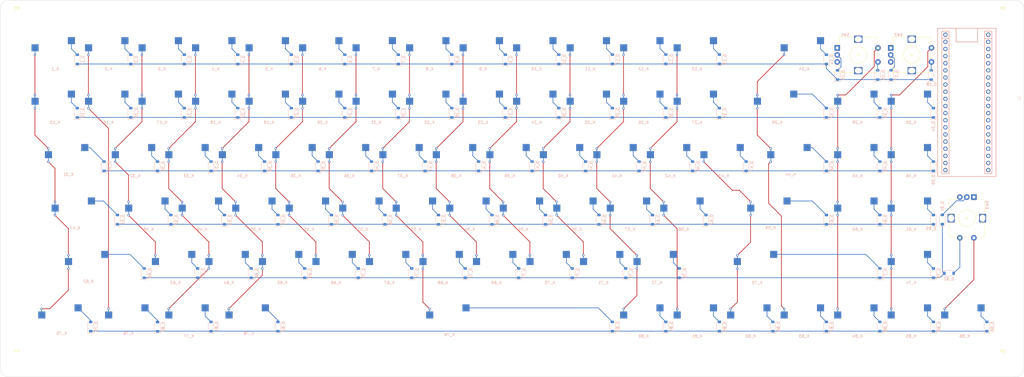
<source format=kicad_pcb>
(kicad_pcb (version 20240108) (generator "pcbnew") (generator_version "8.0")
  (layers (0 "F.Cu" signal) (31 "B.Cu" signal) (34 "B.Paste" user) (35 "F.Paste" user) (36 "B.SilkS" user "B.Silkscreen") (37 "F.SilkS" user "F.Silkscreen") (38 "B.Mask" user) (39 "F.Mask" user) (44 "Edge.Cuts" user))
  (net 0 "")
  (net 1 "col0")
  (net 2 "col1")
  (net 3 "col2")
  (net 4 "col3")
  (net 5 "col4")
  (net 6 "col5")
  (net 7 "col6")
  (net 8 "col7")
  (net 9 "col8")
  (net 10 "col9")
  (net 11 "col10")
  (net 12 "col11")
  (net 13 "col12")
  (net 14 "col14")
  (net 15 "col17")
  (net 16 "row1")
  (net 17 "row2")
  (net 18 "row3")
  (net 19 "row4")
  (net 20 "row5")
  (net 21 "Net-(D_1-A)")
  (net 22 "Net-(D_2-A)")
  (net 23 "Net-(D_3-A)")
  (net 24 "Net-(D_4-A)")
  (net 25 "Net-(D_5-A)")
  (net 26 "Net-(D_6-A)")
  (net 27 "Net-(D_7-A)")
  (net 28 "Net-(D_8-A)")
  (net 29 "Net-(D_9-A)")
  (net 30 "Net-(D_10-A)")
  (net 31 "Net-(D_11-A)")
  (net 32 "Net-(D_12-A)")
  (net 33 "Net-(D_13-A)")
  (net 34 "col20")
  (net 35 "Net-(D_16-A)")
  (net 36 "Net-(D_17-A)")
  (net 37 "Net-(D_18-A)")
  (net 38 "Net-(D_19-A)")
  (net 39 "Net-(D_20-A)")
  (net 40 "Net-(D_21-A)")
  (net 41 "Net-(D_22-A)")
  (net 42 "Net-(D_23-A)")
  (net 43 "Net-(D_24-A)")
  (net 44 "Net-(D_25-A)")
  (net 45 "Net-(D_26-A)")
  (net 46 "Net-(D_27-A)")
  (net 47 "Net-(D_28-A)")
  (net 48 "Net-(D_29-A)")
  (net 49 "Net-(D_30-A)")
  (net 50 "Net-(D_31-A)")
  (net 51 "Net-(D_32-A)")
  (net 52 "col21")
  (net 53 "Net-(D_34-A)")
  (net 54 "Net-(D_35-A)")
  (net 55 "Net-(D_36-A)")
  (net 56 "Net-(D_37-A)")
  (net 57 "Net-(D_38-A)")
  (net 58 "Net-(D_39-A)")
  (net 59 "Net-(D_40-A)")
  (net 60 "Net-(D_41-A)")
  (net 61 "Net-(D_42-A)")
  (net 62 "Net-(D_43-A)")
  (net 63 "Net-(D_44-A)")
  (net 64 "Net-(D_45-A)")
  (net 65 "Net-(D_46-A)")
  (net 66 "Net-(D_47-A)")
  (net 67 "Net-(D_48-A)")
  (net 68 "Net-(D_49-A)")
  (net 69 "col16")
  (net 70 "Net-(D_51-A)")
  (net 71 "Net-(D_52-A)")
  (net 72 "Net-(D_53-A)")
  (net 73 "Net-(D_54-A)")
  (net 74 "Net-(D_55-A)")
  (net 75 "Net-(D_56-A)")
  (net 76 "Net-(D_57-A)")
  (net 77 "Net-(D_58-A)")
  (net 78 "Net-(D_59-A)")
  (net 79 "Net-(D_60-A)")
  (net 80 "Net-(D_61-A)")
  (net 81 "Net-(D_62-A)")
  (net 82 "Net-(D_63-A)")
  (net 83 "Net-(D_64-A)")
  (net 84 "Net-(D_65-A)")
  (net 85 "col15")
  (net 86 "Net-(D_67-A)")
  (net 87 "Net-(D_68-A)")
  (net 88 "Net-(D_69-A)")
  (net 89 "Net-(D_70-A)")
  (net 90 "Net-(D_71-A)")
  (net 91 "Net-(D_72-A)")
  (net 92 "Net-(D_73-A)")
  (net 93 "Net-(D_74-A)")
  (net 94 "Net-(D_75-A)")
  (net 95 "Net-(D_76-A)")
  (net 96 "Net-(D_77-A)")
  (net 97 "Net-(D_78-A)")
  (net 98 "Net-(D_14-A)")
  (net 99 "Net-(D_80-A)")
  (net 100 "Net-(D_15-A)")
  (net 101 "Net-(D_82-A)")
  (net 102 "Net-(D_83-A)")
  (net 103 "Net-(D_84-A)")
  (net 104 "Net-(D_85-A)")
  (net 105 "Net-(D_86-A)")
  (net 106 "Net-(D_87-A)")
  (net 107 "Net-(D_88-A)")
  (net 108 "Net-(D_89-A)")
  (net 109 "Net-(D_90-A)")
  (net 110 "Net-(D_33-A)")
  (net 111 "Net-(D_50-A)")
  (net 112 "Net-(D_66-A)")
  (net 113 "Net-(D_79-A)")
  (net 154 "Net-(D_81-A)")
  (net 155 "col19")
  (net 156 "Net-(K_43-COL)")
  (net 157 "col18")
  (net 158 "row0")
  (net 159 "Net-(D_91-A)")
  (net 160 "Net-(D_92-A)")
  (net 161 "col23")
  (net 162 "col22")
  (footprint "MX_Only:MXOnly-1U-Hotswap" (layer "F.Cu") (at 369.8875 157.1625)
    (property "Reference" "K_81")
    (property "Value" "KEYSW")
  )
  (footprint "MX_Only:MXOnly-1U-Hotswap" (layer "F.Cu") (at 293.6875 61.9125)
    (property "Reference" "K_9")
    (property "Value" "KEYSW")
  )
  (footprint "MX_Only:MXOnly-1U-Hotswap" (layer "F.Cu") (at 198.4375 80.9625)
    (property "Reference" "K_18")
    (property "Value" "KEYSW")
  )
  (footprint "MX_Only:MXOnly-1U-Hotswap" (layer "F.Cu") (at 274.6375 80.9625)
    (property "Reference" "K_22")
    (property "Value" "KEYSW")
  )
  (footprint "MX_Only:MXOnly-1U-Hotswap" (layer "F.Cu") (at 355.6 138.1125)
    (property "Reference" "K_72")
    (property "Value" "KEYSW")
  )
  (footprint "MX_Only:MXOnly-1U-Hotswap" (layer "F.Cu") (at 212.725 119.0625)
    (property "Reference" "K_50")
    (property "Value" "KEYSW")
  )
  (footprint "MX_Only:MXOnly-1U-Hotswap" (layer "F.Cu") (at 331.7875 80.9625)
    (property "Reference" "K_25")
    (property "Value" "KEYSW")
  )
  (footprint "MX_Only:MXOnly-1U-Hotswap" (layer "F.Cu") (at 427.0375 100.0125)
    (property "Reference" "K_45")
    (property "Value" "KEYSW")
  )
  (footprint "MX_Only:MXOnly-6.25U-Hotswap" (layer "F.Cu") (at 281.78125 157.1625)
    (property "Reference" "K_79")
    (property "Value" "KEYSW")
  )
  (footprint "MX_Only:MXOnly-1U-Hotswap" (layer "F.Cu") (at 255.5875 80.9625)
    (property "Reference" "K_21")
    (property "Value" "KEYSW")
  )
  (footprint "MX_Only:MXOnly-1U-Hotswap" (layer "F.Cu") (at 241.3 138.1125)
    (property "Reference" "K_66")
    (property "Value" "KEYSW")
  )
  (footprint "MX_Only:MXOnly-1U-Hotswap" (layer "F.Cu") (at 193.675 119.0625)
    (property "Reference" "K_49")
    (property "Value" "KEYSW")
  )
  (footprint "MX_Only:MXOnly-1U-Hotswap" (layer "F.Cu") (at 312.7375 61.9125)
    (property "Reference" "K_10")
    (property "Value" "KEYSW")
  )
  (footprint "MX_Only:MXOnly-1U-Hotswap" (layer "F.Cu") (at 141.2875 80.9625)
    (property "Reference" "K_15")
    (property "Value" "KEYSW")
  )
  (footprint "MX_Only:MXOnly-1U-Hotswap" (layer "F.Cu") (at 446.0875 80.9625)
    (property "Reference" "K_30")
    (property "Value" "KEYSW")
  )
  (footprint "MX_Only:MXOnly-1U-Hotswap" (layer "F.Cu") (at 255.5875 61.9125)
    (property "Reference" "K_7")
    (property "Value" "KEYSW")
  )
  (footprint "MX_Only:MXOnly-1U-Hotswap" (layer "F.Cu") (at 407.9875 157.1625)
    (property "Reference" "K_83")
    (property "Value" "KEYSW")
  )
  (footprint "MX_Only:MXOnly-1U-Hotswap" (layer "F.Cu") (at 365.125 119.0625)
    (property "Reference" "K_58")
    (property "Value" "KEYSW")
  )
  (footprint "MX_Only:MXOnly-1U-Hotswap" (layer "F.Cu") (at 169.8625 100.0125)
    (property "Reference" "K_32")
    (property "Value" "KEYSW")
  )
  (footprint "MX_Only:MXOnly-1U-Hotswap" (layer "F.Cu") (at 160.3375 61.9125)
    (property "Reference" "K_2")
    (property "Value" "KEYSW")
  )
  (footprint "MX_Only:MXOnly-1U-Hotswap" (layer "F.Cu") (at 298.45 138.1125)
    (property "Reference" "K_69")
    (property "Value" "KEYSW")
  )
  (footprint "MX_Only:MXOnly-1U-Hotswap" (layer "F.Cu") (at 350.8375 61.9125)
    (property "Reference" "K_12")
    (property "Value" "KEYSW")
  )
  (footprint "MX_Only:MXOnly-1.75U-Hotswap" (layer "F.Cu") (at 148.43125 119.0625)
    (property "Reference" "K_47")
    (property "Value" "KEYSW")
  )
  (footprint "MX_Only:MXOnly-1U-Hotswap" (layer "F.Cu") (at 160.3375 80.9625)
    (property "Reference" "K_16")
    (property "Value" "KEYSW")
  )
  (footprint "MX_Only:MXOnly-1U-Hotswap" (layer "F.Cu") (at 179.3875 80.9625)
    (property "Reference" "K_17")
    (property "Value" "KEYSW")
  )
  (footprint "MX_Only:MXOnly-1U-Hotswap" (layer "F.Cu") (at 265.1125 100.0125)
    (property "Reference" "K_37")
    (property "Value" "KEYSW")
  )
  (footprint "MX_Only:MXOnly-1U-Hotswap" (layer "F.Cu") (at 446.0875 119.0625)
    (property "Reference" "K_61")
    (property "Value" "KEYSW")
  )
  (footprint "MX_Only:MXOnly-1U-Hotswap" (layer "F.Cu") (at 465.1375 157.1625)
    (property "Reference" "K_86")
    (property "Value" "KEYSW")
  )
  (footprint "MX_Only:MXOnly-1U-Hotswap" (layer "F.Cu") (at 446.0875 138.1125)
    (property "Reference" "K_74")
    (property "Value" "KEYSW")
  )
  (footprint "MX_Only:MXOnly-1.25U-Hotswap" (layer "F.Cu") (at 210.34375 157.1625)
    (property "Reference" "K_78")
    (property "Value" "KEYSW")
  )
  (footprint "MX_Only:MXOnly-1U-Hotswap" (layer "F.Cu") (at 179.3875 61.9125)
    (property "Reference" "K_3")
    (property "Value" "KEYSW")
  )
  (footprint "MX_Only:MXOnly-1U-Hotswap" (layer "F.Cu") (at 198.4375 61.9125)
    (property "Reference" "K_4")
    (property "Value" "KEYSW")
  )
  (footprint "MX_Only:MXOnly-1U-Hotswap" (layer "F.Cu") (at 307.975 119.0625)
    (property "Reference" "K_55")
    (property "Value" "KEYSW")
  )
  (footprint "MountingHole:MountingHole_2.2mm_M2" (layer "F.Cu") (at 127.79375 170.65625)
    (property "Reference" "H4")
    (property "Value" "MountingHole")
  )
  (footprint "MX_Only:MXOnly-2.25U-Hotswap" (layer "F.Cu") (at 153.19375 138.1125)
    (property "Reference" "K_62")
    (property "Value" "KEYSW")
  )
  (footprint "MX_Only:MXOnly-1U-Hotswap" (layer "F.Cu") (at 303.2125 100.0125)
    (property "Reference" "K_39")
    (property "Value" "KEYSW")
  )
  (footprint "MX_Only:MXOnly-1.25U-Hotswap" (layer "F.Cu") (at 143.66875 157.1625)
    (property "Reference" "K_75")
    (property "Value" "KEYSW")
  )
  (footprint "MX_Only:MXOnly-1.5U-Hotswap" (layer "F.Cu") (at 403.225 100.0125)
    (property "Reference" "K_44")
    (property "Value" "KEYSW")
  )
  (footprint "MX_Only:MXOnly-1U-Hotswap" (layer "F.Cu") (at 312.7375 80.9625)
    (property "Reference" "K_24")
    (property "Value" "KEYSW")
  )
  (footprint "MX_Only:MXOnly-1U-Hotswap" (layer "F.Cu") (at 388.9375 157.1625)
    (property "Reference" "K_82")
    (property "Value" "KEYSW")
  )
  (footprint "MX_Only:MXOnly-1.5U-Hotswap" (layer "F.Cu") (at 146.05 100.0125)
    (property "Reference" "K_31")
    (property "Value" "KEYSW")
  )
  (footprint "MX_Only:MXOnly-1U-Hotswap" (layer "F.Cu") (at 260.35 138.1125)
    (property "Reference" "K_67")
    (property "Value" "KEYSW")
  )
  (footprint "MX_Only:MXOnly-1U-Hotswap" (layer "F.Cu") (at 327.025 119.0625)
    (property "Reference" "K_56")
    (property "Value" "KEYSW")
  )
  (footprint "MountingHole:MountingHole_2.2mm_M2" (layer "F.Cu") (at 478.63125 170.65625)
    (property "Reference" "H2")
    (property "Value" "MountingHole")
  )
  (footprint "MountingHole:MountingHole_2.2mm_M2" (layer "F.Cu") (at 478.63125 48.41875)
    (property "Reference" "H6")
    (property "Value" "MountingHole")
  )
  (footprint "MX_Only:MXOnly-1U-Hotswap" (layer "F.Cu") (at 317.5 138.1125)
    (property "Reference" "K_70")
    (property "Value" "KEYSW")
  )
  (footprint "MX_Only:MXOnly-1U-Hotswap" (layer "F.Cu") (at 246.0625 100.0125)
    (property "Reference" "K_36")
    (property "Value" "KEYSW")
  )
  (footprint "MX_Only:MXOnly-1U-Hotswap" (layer "F.Cu") (at 360.3625 100.0125)
    (property "Reference" "K_42")
    (property "Value" "KEYSW")
  )
  (footprint "MX_Only:MXOnly-1U-Hotswap" (layer "F.Cu") (at 222.25 138.1125)
    (property "Reference" "K_65")
    (property "Value" "KEYSW")
  )
  (footprint "MX_Only:MXOnly-1U-Hotswap" (layer "F.Cu") (at 207.9625 100.0125)
    (property "Reference" "K_34")
    (property "Value" "KEYSW")
  )
  (footprint "MX_Only:MXOnly-1U-Hotswap" (layer "F.Cu") (at 446.0875 157.1625)
    (property "Reference" "K_85")
    (property "Value" "KEYSW")
  )
  (footprint "MX_Only:MXOnly-1U-Hotswap" (layer "F.Cu") (at 288.925 119.0625)
    (property "Reference" "K_54")
    (property "Value" "KEYSW")
  )
  (footprint "MX_Only:MXOnly-1U-Hotswap" (layer "F.Cu") (at 322.2625 100.0125)
    (property "Reference" "K_40")
    (property "Value" "KEYSW")
  )
  (footprint "MX_Only:MXOnly-1U-Hotswap" (layer "F.Cu") (at 279.4 138.1125)
    (property "Reference" "K_68")
    (property "Value" "KEYSW")
  )
  (footprint "Rotary_Encoder:RotaryEncoder_Alps_EC12E-Switch_Vertical_H20mm" (layer "F.Cu") (at 419.7875 59.4125)
    (property "Reference" "SW1")
    (property "Value" "RotaryEncoder_Switch")
  )
  (footprint "MX_Only:MXOnly-1U-Hotswap" (layer "F.Cu") (at 274.6375 61.9125)
    (property "Reference" "K_8")
    (property "Value" "KEYSW")
  )
  (footprint "MX_Only:MXOnly-1U-Hotswap" (layer "F.Cu") (at 369.8875 80.9625)
    (property "Reference" "K_27")
    (property "Value" "KEYSW")
  )
  (footprint "MX_Only:MXOnly-1U-Hotswap" (layer "F.Cu") (at 427.0375 157.1625)
    (property "Reference" "K_84")
    (property "Value" "KEYSW")
  )
  (footprint "MX_Only:MXOnly-1U-Hotswap" (layer "F.Cu") (at 350.8375 80.9625)
    (property "Reference" "K_26")
    (property "Value" "KEYSW")
  )
  (footprint "MX_Only:MXOnly-1U-Hotswap" (layer "F.Cu") (at 331.7875 61.9125)
    (property "Reference" "K_11")
    (property "Value" "KEYSW")
  )
  (footprint "MX_Only:MXOnly-1U-Hotswap" (layer "F.Cu") (at 227.0125 100.0125)
    (property "Reference" "K_35")
    (property "Value" "KEYSW")
  )
  (footprint "MX_Only:MXOnly-1U-Hotswap" (layer "F.Cu") (at 184.15 138.1125)
    (property "Reference" "K_63")
    (property "Value" "KEYSW")
  )
  (footprint "MX_Only:MXOnly-1U-Hotswap" (layer "F.Cu") (at 427.0375 80.9625)
    (property "Reference" "K_29")
    (property "Value" "KEYSW")
  )
  (footprint "MX_Only:MXOnly-1U-Hotswap" (layer "F.Cu") (at 346.075 119.0625)
    (property "Reference" "K_57")
    (property "Value" "KEYSW")
  )
  (footprint "Rotary_Encoder:RotaryEncoder_Alps_EC12E-Switch_Vertical_H20mm" (layer "F.Cu") (at 438.8375 59.4125)
    (property "Reference" "SW2")
    (property "Value" "RotaryEncoder_Switch")
  )
  (footprint "Rotary_Encoder:RotaryEncoder_Alps_EC12E-Switch_Vertical_H20mm" (layer "F.Cu") (at 468.43125 112.60625 -90)
    (property "Reference" "SW3")
    (property "Value" "RotaryEncoder_Switch")
  )
  (footprint "MX_Only:MXOnly-1U-Hotswap" (layer "F.Cu") (at 203.2 138.1125)
    (property "Reference" "K_64")
    (property "Value" "KEYSW")
  )
  (footprint "MX_Only:MXOnly-1U-Hotswap" (layer "F.Cu") (at 250.825 119.0625)
    (property "Reference" "K_52")
    (property "Value" "KEYSW")
  )
  (footprint "MX_Only:MXOnly-1U-Hotswap" (layer "F.Cu") (at 293.6875 80.9625)
    (property "Reference" "K_23")
    (property "Value" "KEYSW")
  )
  (footprint "MX_Only:MXOnly-1U-Hotswap" (layer "F.Cu") (at 217.4875 80.9625)
    (property "Reference" "K_19")
    (property "Value" "KEYSW")
  )
  (footprint "MX_Only:MXOnly-1U-Hotswap" (layer "F.Cu") (at 217.4875 61.9125)
    (property "Reference" "K_5")
    (property "Value" "KEYSW")
  )
  (footprint "MX_Only:MXOnly-1U-Hotswap" (layer "F.Cu") (at 188.9125 157.1625)
    (property "Reference" "K_77")
    (property "Value" "KEYSW")
  )
  (footprint "MX_Only:MXOnly-2.75U-Hotswap" (layer "F.Cu") (at 391.31875 138.1125)
    (property "Reference" "K_73")
    (property "Value" "KEYSW")
  )
  (footprint "MX_Only:MXOnly-1U-Hotswap" (layer "F.Cu") (at 427.0375 119.0625)
    (property "Reference" "K_60")
    (property "Value" "KEYSW")
  )
  (footprint "MX_Only:MXOnly-1U-Hotswap" (layer "F.Cu") (at 350.8375 157.1625)
    (property "Reference" "K_80")
    (property "Value" "KEYSW")
  )
  (footprint "MountingHole:MountingHole_2.2mm_M2" (layer "F.Cu") (at 127.79375 48.41875)
    (property "Reference" "H5")
    (property "Value" "MountingHole")
  )
  (footprint "MX_Only:MXOnly-1U-Hotswap" (layer "F.Cu") (at 236.5375 61.9125)
    (property "Reference" "K_6")
    (property "Value" "KEYSW")
  )
  (footprint "MX_Only:MXOnly-1U-Hotswap" (layer "F.Cu") (at 174.625 119.0625)
    (property "Reference" "K_48")
    (property "Value" "KEYSW")
  )
  (footprint "MX_Only:MXOnly-1U-Hotswap" (layer "F.Cu") (at 407.9875 61.9125)
    (property "Reference" "K_14")
    (property "Value" "KEYSW")
  )
  (footprint "MX_Only:MXOnly-1U-Hotswap" (layer "F.Cu") (at 236.5375 80.9625)
    (property "Reference" "K_20")
    (property "Value" "KEYSW")
  )
  (footprint "MX_Only:MXOnly-2U-Hotswap" (layer "F.Cu") (at 398.4625 80.9625)
    (property "Reference" "K_28")
    (property "Value" "KEYSW")
  )
  (footprint "MX_Only:MXOnly-1U-Hotswap" (layer "F.Cu") (at 231.775 119.0625)
    (property "Reference" "K_51")
    (property "Value" "KEYSW")
  )
  (footprint "MX_Only:MXOnly-1U-Hotswap" (layer "F.Cu") (at 284.1625 100.0125)
    (property "Reference" "K_38")
    (property "Value" "KEYSW")
  )
  (footprint "MX_Only:MXOnly-1U-Hotswap" (layer "F.Cu") (at 369.8875 61.9125)
    (property "Reference" "K_13")
    (property "Value" "KEYSW")
  )
  (footprint "MX_Only:MXOnly-1U-Hotswap" (layer "F.Cu") (at 141.2875 61.9125)
    (property "Reference" "K_1")
    (property "Value" "KEYSW")
  )
  (footprint "MX_Only:MXOnly-1U-Hotswap" (layer "F.Cu") (at 188.9125 100.0125)
    (property "Reference" "K_33")
    (property "Value" "KEYSW")
  )
  (footprint "MX_Only:MXOnly-1U-Hotswap" (layer "F.Cu") (at 269.875 119.0625)
    (property "Reference" "K_53")
    (property "Value" "KEYSW")
  )
  (footprint "MX_Only:MXOnly-1U-Hotswap" (layer "F.Cu") (at 446.0875 100.0125)
    (property "Reference" "K_46")
    (property "Value" "KEYSW")
  )
  (footprint "MX_Only:MXOnly-1U-Hotswap" (layer "F.Cu") (at 341.3125 100.0125)
    (property "Reference" "K_41")
    (property "Value" "KEYSW")
  )
  (footprint "MX_Only:MXOnly-2.25U-Hotswap" (layer "F.Cu") (at 396.08125 119.0625)
    (property "Reference" "K_59")
    (property "Value" "KEYSW")
  )
  (footprint "MX_Only:MXOnly-1.25U-Hotswap" (layer "F.Cu") (at 167.48125 157.1625)
    (property "Reference" "K_76")
    (property "Value" "KEYSW")
  )
  (footprint "MX_Only:MXOnly-1U-Hotswap" (layer "F.Cu") (at 336.55 138.1125)
    (property "Reference" "K_71")
    (property "Value" "KEYSW")
  )
  (footprint "MX_Only:MXOnly-1U-Hotswap" (layer "F.Cu") (at 379.4125 100.0125)
    (property "Reference" "K_43")
    (property "Value" "KEYSW")
  )
  (footprint "Diode_SMD:D_SOD-123" (layer "B.Cu") (at 434.975 101.6 90)
    (property "Reference" "D_49")
    (property "Value" "D")
  )
  (footprint "Diode_SMD:D_SOD-123" (layer "B.Cu") (at 320.675 82.55 90)
    (property "Reference" "D_28")
    (property "Value" "D")
  )
  (footprint "Diode_SMD:D_SOD-123" (layer "B.Cu") (at 459.58125 139.7625)
    (property "Reference" "D_92")
    (property "Value" "D")
  )
  (footprint "Diode_SMD:D_SOD-123" (layer "B.Cu") (at 457.2 120.5875 90)
    (property "Reference" "D_91")
    (property "Value" "D")
  )
  (footprint "Diode_SMD:D_SOD-123" (layer "B.Cu") (at 263.525 82.55 90)
    (property "Reference" "D_25")
    (property "Value" "D")
  )
  (footprint "Diode_SMD:D_SOD-123" (layer "B.Cu") (at 454.025 139.7 90)
    (property "Reference" "D_78")
    (property "Value" "D")
  )
  (footprint "Diode_SMD:D_SOD-123" (layer "B.Cu") (at 354.0125 120.65 90)
    (property "Reference" "D_61")
    (property "Value" "D")
  )
  (footprint "Diode_SMD:D_SOD-123" (layer "B.Cu") (at 339.725 82.55 90)
    (property "Reference" "D_29")
    (property "Value" "D")
  )
  (footprint "Diode_SMD:D_SOD-123" (layer "B.Cu") (at 292.1 101.6 90)
    (property "Reference" "D_42")
    (property "Value" "D")
  )
  (footprint "Diode_SMD:D_SOD-123" (layer "B.Cu") (at 301.625 63.5 90)
    (property "Reference" "D_9")
    (property "Value" "D")
  )
  (footprint "Diode_SMD:D_SOD-123" (layer "B.Cu") (at 415.925 101.6 90)
    (property "Reference" "D_48")
    (property "Value" "D")
  )
  (footprint "Diode_SMD:D_SOD-123" (layer "B.Cu") (at 368.3 101.6 90)
    (property "Reference" "D_46")
    (property "Value" "D")
  )
  (footprint "Diode_SMD:D_SOD-123" (layer "B.Cu") (at 258.7625 120.65 90)
    (property "Reference" "D_56")
    (property "Value" "D")
  )
  (footprint "Diode_SMD:D_SOD-123" (layer "B.Cu") (at 187.325 63.5 90)
    (property "Reference" "D_3")
    (property "Value" "D")
  )
  (footprint "Diode_SMD:D_SOD-123" (layer "B.Cu") (at 453.23125 69.05625 90)
    (property "Reference" "D_18")
    (property "Value" "D")
  )
  (footprint "Diode_SMD:D_SOD-123" (layer "B.Cu") (at 249.2375 139.7 90)
    (property "Reference" "D_70")
    (property "Value" "D")
  )
  (footprint "Diode_SMD:D_SOD-123" (layer "B.Cu") (at 211.1375 139.7 90)
    (property "Reference" "D_68")
    (property "Value" "D")
  )
  (footprint "Diode_SMD:D_SOD-123" (layer "B.Cu") (at 287.3375 139.7 90)
    (property "Reference" "D_72")
    (property "Value" "D")
  )
  (footprint "Diode_SMD:D_SOD-123" (layer "B.Cu") (at 244.475 63.5 90)
    (property "Reference" "D_6")
    (property "Value" "D")
  )
  (footprint "Diode_SMD:D_SOD-123" (layer "B.Cu") (at 282.575 63.5 90)
    (property "Reference" "D_8")
    (property "Value" "D")
  )
  (footprint "Diode_SMD:D_SOD-123" (layer "B.Cu") (at 306.3875 139.7 90)
    (property "Reference" "D_73")
    (property "Value" "D")
  )
  (footprint "Diode_SMD:D_SOD-123" (layer "B.Cu") (at 415.925 63.5 90)
    (property "Reference" "D_14")
    (property "Value" "D")
  )
  (footprint "Diode_SMD:D_SOD-123" (layer "B.Cu") (at 296.8625 120.65 90)
    (property "Reference" "D_58")
    (property "Value" "D")
  )
  (footprint "Diode_SMD:D_SOD-123" (layer "B.Cu") (at 192.0875 139.7 90)
    (property "Reference" "D_67")
    (property "Value" "D")
  )
  (footprint "Diode_SMD:D_SOD-123" (layer "B.Cu") (at 234.95 101.6 90)
    (property "Reference" "D_39")
    (property "Value" "D")
  )
  (footprint "Diode_SMD:D_SOD-123" (layer "B.Cu") (at 473.075 158.75 90)
    (property "Reference" "D_90")
    (property "Value" "D")
  )
  (footprint "Diode_SMD:D_SOD-123" (layer "B.Cu") (at 268.2875 139.7 90)
    (property "Reference" "D_71")
    (property "Value" "D")
  )
  (footprint "Diode_SMD:D_SOD-123" (layer "B.Cu") (at 201.6125 120.65 90)
    (property "Reference" "D_53")
    (property "Value" "D")
  )
  (footprint "Diode_SMD:D_SOD-123" (layer "B.Cu") (at 434.975 82.55 90)
    (property "Reference" "D_33")
    (property "Value" "D")
  )
  (footprint "Diode_SMD:D_SOD-123" (layer "B.Cu") (at 225.425 63.5 90)
    (property "Reference" "D_5")
    (property "Value" "D")
  )
  (footprint "Diode_SMD:D_SOD-123" (layer "B.Cu") (at 230.1875 139.7 90)
    (property "Reference" "D_69")
    (property "Value" "D")
  )
  (footprint "Diode_SMD:D_SOD-123" (layer "B.Cu") (at 196.85 101.6 90)
    (property "Reference" "D_37")
    (property "Value" "D")
  )
  (footprint "Diode_SMD:D_SOD-123" (layer "B.Cu") (at 415.925 158.75 90)
    (property "Reference" "D_87")
    (property "Value" "D")
  )
  (footprint "Diode_SMD:D_SOD-123" (layer "B.Cu") (at 163.5125 120.65 90)
    (property "Reference" "D_51")
    (property "Value" "D")
  )
  (footprint "Diode_SMD:D_SOD-123" (layer "B.Cu") (at 215.9 101.6 90)
    (property "Reference" "D_38")
    (property "Value" "D")
  )
  (footprint "Diode_SMD:D_SOD-123" (layer "B.Cu") (at 187.325 82.55 90)
    (property "Reference" "D_21")
    (property "Value" "D")
  )
  (footprint "Diode_SMD:D_SOD-123" (layer "B.Cu") (at 320.675 63.5 90)
    (property "Reference" "D_10")
    (property "Value" "D")
  )
  (footprint "Diode_SMD:D_SOD-123" (layer "B.Cu") (at 149.225 82.55 90)
    (property "Reference" "D_19")
    (property "Value" "D")
  )
  (footprint "Diode_SMD:D_SOD-123" (layer "B.Cu") (at 434.975 158.75 90)
    (property "Reference" "D_88")
    (property "Value" "D")
  )
  (footprint "Diode_SMD:D_SOD-123" (layer "B.Cu") (at 349.25 101.6 90)
    (property "Reference" "D_45")
    (property "Value" "D")
  )
  (footprint "Diode_SMD:D_SOD-123" (layer "B.Cu") (at 373.0625 120.65 90)
    (property "Reference" "D_62")
    (property "Value" "D")
  )
  (footprint "Diode_SMD:D_SOD-123" (layer "B.Cu") (at 168.275 82.55 90)
    (property "Reference" "D_20")
    (property "Value" "D")
  )
  (footprint "Diode_SMD:D_SOD-123" (layer "B.Cu") (at 339.725 158.75 90)
    (property "Reference" "D_83")
    (property "Value" "D")
  )
  (footprint "Diode_SMD:D_SOD-123" (layer "B.Cu") (at 254 101.6 90)
    (property "Reference" "D_40")
    (property "Value" "D")
  )
  (footprint "Diode_SMD:D_SOD-123" (layer "B.Cu") (at 415.925 120.65 90)
    (property "Reference" "D_63")
    (property "Value" "D")
  )
  (footprint "Diode_SMD:D_SOD-123" (layer "B.Cu") (at 334.9625 120.65 90)
    (property "Reference" "D_60")
    (property "Value" "D")
  )
  (footprint "Diode_SMD:D_SOD-123" (layer "B.Cu") (at 239.7125 120.65 90)
    (property "Reference" "D_55")
    (property "Value" "D")
  )
  (footprint "Diode_SMD:D_SOD-123" (layer "B.Cu") (at 206.375 82.55 90)
    (property "Reference" "D_22")
    (property "Value" "D")
  )
  (footprint "Diode_SMD:D_SOD-123" (layer "B.Cu") (at 182.5625 120.65 90)
    (property "Reference" "D_52")
    (property "Value" "D")
  )
  (footprint "Diode_SMD:D_SOD-123" (layer "B.Cu") (at 158.75 101.6 90)
    (property "Reference" "D_35")
    (property "Value" "D")
  )
  (footprint "Diode_SMD:D_SOD-123" (layer "B.Cu") (at 325.4375 139.7 90)
    (property "Reference" "D_74")
    (property "Value" "D")
  )
  (footprint "Diode_SMD:D_SOD-123" (layer "B.Cu") (at 358.775 63.4375 90)
    (property "Reference" "D_12")
    (property "Value" "D")
  )
  (footprint "Diode_SMD:D_SOD-123" (layer "B.Cu") (at 330.2 101.6 90)
    (property "Reference" "D_44")
    (property "Value" "D")
  )
  (footprint "Diode_SMD:D_SOD-123" (layer "B.Cu") (at 196.85 158.75 90)
    (property "Reference" "D_81")
    (property "Value" "D")
  )
  (footprint "Diode_SMD:D_SOD-123" (layer "B.Cu") (at 419.89375 69.05625 90)
    (property "Reference" "D_15")
    (property "Value" "D")
  )
  (footprint "Diode_SMD:D_SOD-123" (layer "B.Cu") (at 434.975 139.7 90)
    (property "Reference" "D_77")
    (property "Value" "D")
  )
  (footprint "Diode_SMD:D_SOD-123" (layer "B.Cu") (at 358.775 82.55 90)
    (property "Reference" "D_30")
    (property "Value" "D")
  )
  (footprint "Diode_SMD:D_SOD-123" (layer "B.Cu") (at 277.8125 120.65 90)
    (property "Reference" "D_57")
    (property "Value" "D")
  )
  (footprint "Diode_SMD:D_SOD-123" (layer "B.Cu") (at 177.8 158.8125 90)
    (property "Reference" "D_80")
    (property "Value" "D")
  )
  (footprint "Diode_SMD:D_SOD-123" (layer "B.Cu") (at 344.4875 139.7 90)
    (property "Reference" "D_75")
    (property "Value" "D")
  )
  (footprint "Diode_SMD:D_SOD-123" (layer "B.Cu") (at 311.15 101.6 90)
    (property "Reference" "D_43")
    (property "Value" "D")
  )
  (footprint "Diode_SMD:D_SOD-123" (layer "B.Cu") (at 301.625 82.55 90)
    (property "Reference" "D_27")
    (property "Value" "D")
  )
  (footprint "Diode_SMD:D_SOD-123" (layer "B.Cu") (at 377.825 158.75 90)
    (property "Reference" "D_85")
    (property "Value" "D")
  )
  (footprint "Diode_SMD:D_SOD-123" (layer "B.Cu") (at 454.025 120.65 90)
    (property "Reference" "D_65")
    (property "Value" "D")
  )
  (footprint "Diode_SMD:D_SOD-123" (layer "B.Cu") (at 220.6625 120.65 90)
    (property "Reference" "D_54")
    (property "Value" "D")
  )
  (footprint "Diode_SMD:D_SOD-123" (layer "B.Cu") (at 339.725 63.4375 90)
    (property "Reference" "D_11")
    (property "Value" "D")
  )
  (footprint "Diode_SMD:D_SOD-123" (layer "B.Cu") (at 363.5375 139.7 90)
    (property "Reference" "D_76")
    (property "Value" "D")
  )
  (footprint "Diode_SMD:D_SOD-123" (layer "B.Cu") (at 282.575 82.55 90)
    (property "Reference" "D_26")
    (property "Value" "D")
  )
  (footprint "Diode_SMD:D_SOD-123" (layer "B.Cu") (at 454.025 158.75 90)
    (property "Reference" "D_89")
    (property "Value" "D")
  )
  (footprint "Diode_SMD:D_SOD-123" (layer "B.Cu") (at 153.9875 158.75 90)
    (property "Reference" "D_79")
    (property "Value" "D")
  )
  (footprint "Diode_SMD:D_SOD-123" (layer "B.Cu") (at 206.375 63.5 90)
    (property "Reference" "D_4")
    (property "Value" "D")
  )
  (footprint "my library:blackpill" (layer "B.Cu") (at 465.93125 78.8445)
    (property "Reference" "J1")
    (property "Value" "Conn_02x20_Top_Bottom")
  )
  (footprint "Diode_SMD:D_SOD-123" (layer "B.Cu") (at 149.225 63.5 90)
    (property "Reference" "D_1")
    (property "Value" "D")
  )
  (footprint "Diode_SMD:D_SOD-123" (layer "B.Cu") (at 387.35 101.6 90)
    (property "Reference" "D_47")
    (property "Value" "D")
  )
  (footprint "Diode_SMD:D_SOD-123" (layer "B.Cu") (at 220.6625 158.75 90)
    (property "Reference" "D_82")
    (property "Value" "D")
  )
  (footprint "Diode_SMD:D_SOD-123" (layer "B.Cu") (at 177.8 101.6 90)
    (property "Reference" "D_36")
    (property "Value" "D")
  )
  (footprint "Diode_SMD:D_SOD-123" (layer "B.Cu") (at 438.94375 69.05625 90)
    (property "Reference" "D_17")
    (property "Value" "D")
  )
  (footprint "Diode_SMD:D_SOD-123" (layer "B.Cu") (at 168.275 63.5 90)
    (property "Reference" "D_2")
    (property "Value" "D")
  )
  (footprint "Diode_SMD:D_SOD-123" (layer "B.Cu") (at 358.775 158.75 90)
    (property "Reference" "D_84")
    (property "Value" "D")
  )
  (footprint "Diode_SMD:D_SOD-123" (layer "B.Cu") (at 173.0375 139.7 90)
    (property "Reference" "D_66")
    (property "Value" "D")
  )
  (footprint "Diode_SMD:D_SOD-123" (layer "B.Cu") (at 225.425 82.55 90)
    (property "Reference" "D_23")
    (property "Value" "D")
  )
  (footprint "Diode_SMD:D_SOD-123" (layer "B.Cu") (at 315.9125 120.65 90)
    (property "Reference" "D_59")
    (property "Value" "D")
  )
  (footprint "Diode_SMD:D_SOD-123" (layer "B.Cu") (at 434.975 120.65 90)
    (property "Reference" "D_64")
    (property "Value" "D")
  )
  (footprint "Diode_SMD:D_SOD-123" (layer "B.Cu") (at 263.525 63.5 90)
    (property "Reference" "D_7")
    (property "Value" "D")
  )
  (footprint "Diode_SMD:D_SOD-123" (layer "B.Cu") (at 454.025 82.55 90)
    (property "Reference" "D_34")
    (property "Value" "D")
  )
  (footprint "Diode_SMD:D_SOD-123" (layer "B.Cu") (at 454.025 101.6 90)
    (property "Reference" "D_50")
    (property "Value" "D")
  )
  (footprint "Diode_SMD:D_SOD-123" (layer "B.Cu") (at 377.825 82.55 90)
    (property "Reference" "D_31")
    (property "Value" "D")
  )
  (footprint "Diode_SMD:D_SOD-123" (layer "B.Cu") (at 396.875 158.75 90)
    (property "Reference" "D_86")
    (property "Value" "D")
  )
  (footprint "Diode_SMD:D_SOD-123" (layer "B.Cu") (at 415.925 82.55 90)
    (property "Reference" "D_32")
    (property "Value" "D")
  )
  (footprint "Diode_SMD:D_SOD-123" (layer "B.Cu") (at 377.825 63.4375 90)
    (property "Reference" "D_13")
    (property "Value" "D")
  )
  (footprint "Diode_SMD:D_SOD-123" (layer "B.Cu") (at 273.05 101.6 90)
    (property "Reference" "D_41")
    (property "Value" "D")
  )
  (footprint "Diode_SMD:D_SOD-123" (layer "B.Cu") (at 434.18125 69.05625 90)
    (property "Reference" "D_16")
    (property "Value" "D")
  )
  (footprint "Diode_SMD:D_SOD-123" (layer "B.Cu") (at 244.475 82.55 90)
    (property "Reference" "D_24")
    (property "Value" "D")
  )
  (gr_arc (start 121.7625 45.3875) (mid 122.64118 43.26618) (end 124.7625 42.3875) (stroke (width 0.1)) (layer "Edge.Cuts"))
  (gr_line (start 121.7625 173.6875) (end 121.7625 45.3875) (stroke (width 0.1)) (layer "Edge.Cuts"))
  (gr_arc (start 124.7625 176.6875) (mid 122.64118 175.80882) (end 121.7625 173.6875) (stroke (width 0.1)) (layer "Edge.Cuts"))
  (gr_line (start 486.25 45.3875) (end 486.25 173.6875) (stroke (width 0.1)) (layer "Edge.Cuts"))
  (gr_line (start 483.25 176.6875) (end 124.7625 176.6875) (stroke (width 0.1)) (layer "Edge.Cuts"))
  (gr_arc (start 486.25 173.6875) (mid 485.37132 175.80882) (end 483.25 176.6875) (stroke (width 0.1)) (layer "Edge.Cuts"))
  (gr_arc (start 483.25 42.3875) (mid 485.37132 43.26618) (end 486.25 45.3875) (stroke (width 0.1)) (layer "Edge.Cuts"))
  (gr_line (start 124.7625 42.3875) (end 483.25 42.3875) (stroke (width 0.1)) (layer "Edge.Cuts"))
  (segment (start 141.2875 102.39375) (end 141.2875 114.3) (width 0.25) (layer "F.Cu") (net 1))
  (segment (start 134.14375 61.9125) (end 134.14375 76.2) (width 0.25) (layer "F.Cu") (net 1))
  (segment (start 146.05 145.7796) (end 139.4296 152.4) (width 0.25) (layer "F.Cu") (net 1))
  (segment (start 134.14375 90.4875) (end 138.90625 95.25) (width 0.25) (layer "F.Cu") (net 1))
  (segment (start 141.2875 119.0625) (end 146.05 123.825) (width 0.25) (layer "F.Cu") (net 1))
  (segment (start 146.05 138.1125) (end 146.05 145.7796) (width 0.25) (layer "F.Cu") (net 1))
  (segment (start 139.4296 152.4) (end 136.525 152.4) (width 0.25) (layer "F.Cu") (net 1))
  (segment (start 134.14375 80.9625) (end 134.14375 90.4875) (width 0.25) (layer "F.Cu") (net 1))
  (segment (start 138.90625 100.0125) (end 141.2875 102.39375) (width 0.25) (layer "F.Cu") (net 1))
  (segment (start 146.05 123.825) (end 146.05 133.35) (width 0.25) (layer "F.Cu") (net 1))
  (via (at 138.90625 100.0125) (size 0.8) (drill 0.4) (layers "F.Cu" "B.Cu") (net 1))
  (via (at 146.05 133.35) (size 0.8) (drill 0.4) (layers "F.Cu" "B.Cu") (net 1))
  (via (at 141.2875 119.0625) (size 0.8) (drill 0.4) (layers "F.Cu" "B.Cu") (net 1))
  (via (at 134.14375 80.9625) (size 0.8) (drill 0.4) (layers "F.Cu" "B.Cu") (net 1))
  (via (at 146.05 138.1125) (size 0.8) (drill 0.4) (layers "F.Cu" "B.Cu") (net 1))
  (via (at 141.2875 114.3) (size 0.8) (drill 0.4) (layers "F.Cu" "B.Cu") (net 1))
  (via (at 134.14375 61.9125) (size 0.8) (drill 0.4) (layers "F.Cu" "B.Cu") (net 1))
  (via (at 136.525 152.4) (size 0.8) (drill 0.4) (layers "F.Cu" "B.Cu") (net 1))
  (via (at 134.14375 76.2) (size 0.8) (drill 0.4) (layers "F.Cu" "B.Cu") (net 1))
  (via (at 138.90625 95.25) (size 0.8) (drill 0.4) (layers "F.Cu" "B.Cu") (net 1))
  (segment (start 146.10875 138.05375) (end 146.05 138.1125) (width 0.25) (layer "B.Cu") (net 1))
  (segment (start 136.525 154.56375) (end 136.58375 154.6225) (width 0.25) (layer "B.Cu") (net 1))
  (segment (start 134.14375 76.2) (end 134.14375 78.36375) (width 0.25) (layer "B.Cu") (net 1))
  (segment (start 141.2875 116.46375) (end 141.34625 116.5225) (width 0.25) (layer "B.Cu") (net 1))
  (segment (start 134.2025 61.85375) (end 134.14375 61.9125) (width 0.25) (layer "B.Cu") (net 1))
  (segment (start 134.2025 59.3725) (end 134.2025 61.85375) (width 0.25) (layer "B.Cu") (net 1))
  (segment (start 138.965 99.95375) (end 138.90625 100.0125) (width 0.25) (layer "B.Cu") (net 1))
  (segment (start 141.2875 114.3) (end 141.2875 116.46375) (width 0.25) (layer "B.Cu") (net 1))
  (segment (start 138.90625 95.25) (end 138.90625 97.41375) (width 0.25) (layer "B.Cu") (net 1))
  (segment (start 141.34625 116.5225) (end 141.34625 119.00375) (width 0.25) (layer "B.Cu") (net 1))
  (segment (start 146.10875 135.5725) (end 146.10875 138.05375) (width 0.25) (layer "B.Cu") (net 1))
  (segment (start 134.2025 80.90375) (end 134.14375 80.9625) (width 0.25) (layer "B.Cu") (net 1))
  (segment (start 134.2025 78.4225) (end 134.2025 80.90375) (width 0.25) (layer "B.Cu") (net 1))
  (segment (start 134.14375 78.36375) (end 134.2025 78.4225) (width 0.25) (layer "B.Cu") (net 1))
  (segment (start 138.965 97.4725) (end 138.965 99.95375) (width 0.25) (layer "B.Cu") (net 1))
  (segment (start 138.90625 97.41375) (end 138.965 97.4725) (width 0.25) (layer "B.Cu") (net 1))
  (segment (start 136.525 152.4) (end 136.525 154.56375) (width 0.25) (layer "B.Cu") (net 1))
  (segment (start 146.05 135.51375) (end 146.10875 135.5725) (width 0.25) (layer "B.Cu") (net 1))
  (segment (start 146.05 133.35) (end 146.05 135.51375) (width 0.25) (layer "B.Cu") (net 1))
  (segment (start 141.34625 119.00375) (end 141.2875 119.0625) (width 0.25) (layer "B.Cu") (net 1))
  (segment (start 153.19375 61.9125) (end 153.19375 76.2) (width 0.25) (layer "F.Cu") (net 2))
  (segment (start 160.3375 88.10625) (end 160.3375 152.4) (width 0.25) (layer "F.Cu") (net 2))
  (segment (start 153.19375 80.9625) (end 160.3375 88.10625) (width 0.25) (layer "F.Cu") (net 2))
  (via (at 153.19375 80.9625) (size 0.8) (drill 0.4) (layers "F.Cu" "B.Cu") (net 2))
  (via (at 160.3375 152.4) (size 0.8) (drill 0.4) (layers "F.Cu" "B.Cu") (net 2))
  (via (at 153.19375 76.2) (size 0.8) (drill 0.4) (layers "F.Cu" "B.Cu") (net 2))
  (via (at 153.19375 61.9125) (size 0.8) (drill 0.4) (layers "F.Cu" "B.Cu") (net 2))
  (segment (start 153.2525 78.4225) (end 153.2525 80.90375) (width 0.25) (layer "B.Cu") (net 2))
  (segment (start 153.19375 76.2) (end 153.19375 78.36375) (width 0.25) (layer "B.Cu") (net 2))
  (segment (start 153.2525 61.85375) (end 153.19375 61.9125) (width 0.25) (layer "B.Cu") (net 2))
  (segment (start 160.3375 154.56375) (end 160.39625 154.6225) (width 0.25) (layer "B.Cu") (net 2))
  (segment (start 160.3375 152.4) (end 160.3375 154.56375) (width 0.25) (layer "B.Cu") (net 2))
  (segment (start 153.2525 80.90375) (end 153.19375 80.9625) (width 0.25) (layer "B.Cu") (net 2))
  (segment (start 153.19375 78.36375) (end 153.2525 78.4225) (width 0.25) (layer "B.Cu") (net 2))
  (segment (start 153.2525 59.3725) (end 153.2525 61.85375) (width 0.25) (layer "B.Cu") (net 2))
  (segment (start 177.00625 128.5875) (end 167.48125 119.0625) (width 0.25) (layer "F.Cu") (net 3))
  (segment (start 172.24375 80.9625) (end 172.24375 85.725) (width 0.25) (layer "F.Cu") (net 3))
  (segment (start 167.48125 114.3) (end 167.48125 104.775) (width 0.25) (layer "F.Cu") (net 3))
  (segment (start 177.00625 133.35) (end 177.00625 128.5875) (width 0.25) (layer "F.Cu") (net 3))
  (segment (start 167.48125 104.775) (end 162.71875 100.0125) (width 0.25) (layer "F.Cu") (net 3))
  (segment (start 172.24375 85.725) (end 162.71875 95.25) (width 0.25) (layer "F.Cu") (net 3))
  (segment (start 172.24375 76.2) (end 172.24375 61.9125) (width 0.25) (layer "F.Cu") (net 3))
  (via (at 167.48125 114.3) (size 0.8) (drill 0.4) (layers "F.Cu" "B.Cu") (net 3))
  (via (at 162.71875 100.0125) (size 0.8) (drill 0.4) (layers "F.Cu" "B.Cu") (net 3))
  (via (at 162.71875 95.25) (size 0.8) (drill 0.4) (layers "F.Cu" "B.Cu") (net 3))
  (via (at 177.00625 133.35) (size 0.8) (drill 0.4) (layers "F.Cu" "B.Cu") (net 3))
  (via (at 172.24375 76.2) (size 0.8) (drill 0.4) (layers "F.Cu" "B.Cu") (net 3))
  (via (at 167.48125 119.0625) (size 0.8) (drill 0.4) (layers "F.Cu" "B.Cu") (net 3))
  (via (at 172.24375 80.9625) (size 0.8) (drill 0.4) (layers "F.Cu" "B.Cu") (net 3))
  (via (at 172.24375 61.9125) (size 0.8) (drill 0.4) (layers "F.Cu" "B.Cu") (net 3))
  (segment (start 172.3025 80.90375) (end 172.24375 80.9625) (width 0.25) (layer "B.Cu") (net 3))
  (segment (start 162.71875 95.25) (end 162.71875 97.41375) (width 0.25) (layer "B.Cu") (net 3))
  (segment (start 177.00625 133.35) (end 177.00625 135.51375) (width 0.25) (layer "B.Cu") (net 3))
  (segment (start 167.48125 116.46375) (end 167.54 116.5225) (width 0.25) (layer "B.Cu") (net 3))
  (segment (start 162.71875 97.41375) (end 162.7775 97.4725) (width 0.25) (layer "B.Cu") (net 3))
  (segment (start 172.3025 78.4225) (end 172.3025 80.90375) (width 0.25) (layer "B.Cu") (net 3))
  (segment (start 162.7775 99.95375) (end 162.71875 100.0125) (width 0.25) (layer "B.Cu") (net 3))
  (segment (start 172.3025 61.85375) (end 172.24375 61.9125) (width 0.25) (layer "B.Cu") (net 3))
  (segment (start 177.00625 135.51375) (end 177.065 135.5725) (width 0.25) (layer "B.Cu") (net 3))
  (segment (start 167.54 116.5225) (end 167.54 119.00375) (width 0.25) (layer "B.Cu") (net 3))
  (segment (start 172.24375 78.36375) (end 172.3025 78.4225) (width 0.25) (layer "B.Cu") (net 3))
  (segment (start 162.7775 97.4725) (end 162.7775 99.95375) (width 0.25) (layer "B.Cu") (net 3))
  (segment (start 167.54 119.00375) (end 167.48125 119.0625) (width 0.25) (layer "B.Cu") (net 3))
  (segment (start 167.48125 114.3) (end 167.48125 116.46375) (width 0.25) (layer "B.Cu") (net 3))
  (segment (start 172.24375 76.2) (end 172.24375 78.36375) (width 0.25) (layer "B.Cu") (net 3))
  (segment (start 172.3025 59.3725) (end 172.3025 61.85375) (width 0.25) (layer "B.Cu") (net 3))
  (segment (start 191.29375 61.9125) (end 191.29375 76.2) (width 0.25) (layer "F.Cu") (net 4))
  (segment (start 181.76875 100.0125) (end 181.76875 109.5375) (width 0.25) (layer "F.Cu") (net 4))
  (segment (start 196.05625 128.5875) (end 186.53125 119.0625) (width 0.25) (layer "F.Cu") (net 4))
  (segment (start 191.29375 80.9625) (end 191.29375 85.725) (width 0.25) (layer "F.Cu") (net 4))
  (segment (start 196.05625 138.1125) (end 181.76875 152.4) (width 0.25) (layer "F.Cu") (net 4))
  (segment (start 181.76875 109.5375) (end 186.53125 114.3) (width 0.25) (layer "F.Cu") (net 4))
  (segment (start 196.05625 133.35) (end 196.05625 128.5875) (width 0.25) (layer "F.Cu") (net 4))
  (segment (start 191.29375 85.725) (end 181.76875 95.25) (width 0.25) (layer "F.Cu") (net 4))
  (via (at 191.29375 76.2) (size 0.8) (drill 0.4) (layers "F.Cu" "B.Cu") (net 4))
  (via (at 181.76875 152.4) (size 0.8) (drill 0.4) (layers "F.Cu" "B.Cu") (net 4))
  (via (at 181.76875 100.0125) (size 0.8) (drill 0.4) (layers "F.Cu" "B.Cu") (net 4))
  (via (at 196.05625 138.1125) (size 0.8) (drill 0.4) (layers "F.Cu" "B.Cu") (net 4))
  (via (at 186.53125 114.3) (size 0.8) (drill 0.4) (layers "F.Cu" "B.Cu") (net 4))
  (via (at 191.29375 61.9125) (size 0.8) (drill 0.4) (layers "F.Cu" "B.Cu") (net 4))
  (via (at 186.53125 119.0625) (size 0.8) (drill 0.4) (layers "F.Cu" "B.Cu") (net 4))
  (via (at 196.05625 133.35) (size 0.8) (drill 0.4) (layers "F.Cu" "B.Cu") (net 4))
  (via (at 181.76875 95.25) (size 0.8) (drill 0.4) (layers "F.Cu" "B.Cu") (net 4))
  (via (at 191.29375 80.9625) (size 0.8) (drill 0.4) (layers "F.Cu" "B.Cu") (net 4))
  (segment (start 191.3525 78.4225) (end 191.3525 80.90375) (width 0.25) (layer "B.Cu") (net 4))
  (segment (start 196.115 138.05375) (end 196.05625 138.1125) (width 0.25) (layer "B.Cu") (net 4))
  (segment (start 196.05625 133.35) (end 196.05625 135.51375) (width 0.25) (layer "B.Cu") (net 4))
  (segment (start 191.29375 78.36375) (end 191.3525 78.4225) (width 0.25) (layer "B.Cu") (net 4))
  (segment (start 186.59 119.00375) (end 186.53125 119.0625) (width 0.25) (layer "B.Cu") (net 4))
  (segment (start 181.8275 97.4725) (end 181.8275 99.95375) (width 0.25) (layer "B.Cu") (net 4))
  (segment (start 181.76875 95.25) (end 181.76875 97.41375) (width 0.25) (layer "B.Cu") (net 4))
  (segment (start 186.59 116.5225) (end 186.59 119.00375) (width 0.25) (layer "B.Cu") (net 4))
  (segment (start 191.3525 80.90375) (end 191.29375 80.9625) (width 0.25) (layer "B.Cu") (net 4))
  (segment (start 181.8275 99.95375) (end 181.76875 100.0125) (width 0.25) (layer "B.Cu") (net 4))
  (segment (start 196.05625 135.51375) (end 196.115 135.5725) (width 0.25) (layer "B.Cu") (net 4))
  (segment (start 181.76875 154.56375) (end 181.8275 154.6225) (width 0.25) (layer "B.Cu") (net 4))
  (segment (start 191.29375 76.2) (end 191.29375 78.36375) (width 0.25) (layer "B.Cu") (net 4))
  (segment (start 191.3525 59.3725) (end 191.3525 61.85375) (width 0.25) (layer "B.Cu") (net 4))
  (segment (start 196.115 135.5725) (end 196.115 138.05375) (width 0.25) (layer "B.Cu") (net 4))
  (segment (start 186.53125 114.3) (end 186.53125 116.46375) (width 0.25) (layer "B.Cu") (net 4))
  (segment (start 191.3525 61.85375) (end 191.29375 61.9125) (width 0.25) (layer "B.Cu") (net 4))
  (segment (start 181.76875 152.4) (end 181.76875 154.56375) (width 0.25) (layer "B.Cu") (net 4))
  (segment (start 181.76875 97.41375) (end 181.8275 97.4725) (width 0.25) (layer "B.Cu") (net 4))
  (segment (start 186.53125 116.46375) (end 186.59 116.5225) (width 0.25) (layer "B.Cu") (net 4))
  (segment (start 210.34375 80.9625) (end 210.34375 85.725) (width 0.25) (layer "F.Cu") (net 5))
  (segment (start 215.10625 140.49375) (end 203.2 152.4) (width 0.25) (layer "F.Cu") (net 5))
  (segment (start 215.10625 133.35) (end 215.10625 128.5875) (width 0.25) (layer "F.Cu") (net 5))
  (segment (start 200.81875 100.0125) (end 200.81875 109.5375) (width 0.25) (layer "F.Cu") (net 5))
  (segment (start 215.10625 138.1125) (end 215.10625 140.49375) (width 0.25) (layer "F.Cu") (net 5))
  (segment (start 200.81875 109.5375) (end 205.58125 114.3) (width 0.25) (layer "F.Cu") (net 5))
  (segment (start 210.34375 85.725) (end 200.81875 95.25) (width 0.25) (layer "F.Cu") (net 5))
  (segment (start 215.10625 128.5875) (end 205.58125 119.0625) (width 0.25) (layer "F.Cu") (net 5))
  (segment (start 210.34375 61.9125) (end 210.34375 76.2) (width 0.25) (layer "F.Cu") (net 5))
  (via (at 210.34375 76.2) (size 0.8) (drill 0.4) (layers "F.Cu" "B.Cu") (net 5))
  (via (at 210.34375 61.9125) (size 0.8) (drill 0.4) (layers "F.Cu" "B.Cu") (net 5))
  (via (at 200.81875 100.0125) (size 0.8) (drill 0.4) (layers "F.Cu" "B.Cu") (net 5))
  (via (at 205.58125 119.0625) (size 0.8) (drill 0.4) (layers "F.Cu" "B.Cu") (net 5))
  (via (at 215.10625 138.1125) (size 0.8) (drill 0.4) (layers "F.Cu" "B.Cu") (net 5))
  (via (at 200.81875 95.25) (size 0.8) (drill 0.4) (layers "F.Cu" "B.Cu") (net 5))
  (via (at 203.2 152.4) (size 0.8) (drill 0.4) (layers "F.Cu" "B.Cu") (net 5))
  (via (at 215.10625 133.35) (size 0.8) (drill 0.4) (layers "F.Cu" "B.Cu") (net 5))
  (via (at 205.58125 114.3) (size 0.8) (drill 0.4) (layers "F.Cu" "B.Cu") (net 5))
  (via (at 210.34375 80.9625) (size 0.8) (drill 0.4) (layers "F.Cu" "B.Cu") (net 5))
  (segment (start 200.81875 95.25) (end 200.81875 97.41375) (width 0.25) (layer "B.Cu") (net 5))
  (segment (start 205.58125 114.3) (end 205.58125 116.46375) (width 0.25) (layer "B.Cu") (net 5))
  (segment (start 200.8775 97.4725) (end 200.8775 99.95375) (width 0.25) (layer "B.Cu") (net 5))
  (segment (start 215.10625 135.51375) (end 215.165 135.5725) (width 0.25) (layer "B.Cu") (net 5))
  (segment (start 205.58125 116.46375) (end 205.64 116.5225) (width 0.25) (layer "B.Cu") (net 5))
  (segment (start 210.34375 78.36375) (end 210.4025 78.4225) (width 0.25) (layer "B.Cu") (net 5))
  (segment (start 210.34375 76.2) (end 210.34375 78.36375) (width 0.25) (layer "B.Cu") (net 5))
  (segment (start 210.4025 59.3725) (end 210.4025 61.85375) (width 0.25) (layer "B.Cu") (net 5))
  (segment (start 210.4025 80.90375) (end 210.34375 80.9625) (width 0.25) (layer "B.Cu") (net 5))
  (segment (start 215.165 138.05375) (end 215.10625 138.1125) (width 0.25) (layer "B.Cu") (net 5))
  (segment (start 215.165 135.5725) (end 215.165 138.05375) (width 0.25) (layer "B.Cu") (net 5))
  (segment (start 210.4025 61.85375) (end 210.34375 61.9125) (width 0.25) (layer "B.Cu") (net 5))
  (segment (start 205.64 116.5225) (end 205.64 119.00375) (width 0.25) (layer "B.Cu") (net 5))
  (segment (start 203.2 152.4) (end 203.2 154.56375) (width 0.25) (layer "B.Cu") (net 5))
  (segment (start 210.4025 78.4225) (end 210.4025 80.90375) (width 0.25) (layer "B.Cu") (net 5))
  (segment (start 203.2 154.56375) (end 203.25875 154.6225) (width 0.25) (layer "B.Cu") (net 5))
  (segment (start 200.81875 97.41375) (end 200.8775 97.4725) (width 0.25) (layer "B.Cu") (net 5))
  (segment (start 205.64 119.00375) (end 205.58125 119.0625) (width 0.25) (layer "B.Cu") (net 5))
  (segment (start 215.10625 133.35) (end 215.10625 135.51375) (width 0.25) (layer "B.Cu") (net 5))
  (segment (start 200.8775 99.95375) (end 200.81875 100.0125) (width 0.25) (layer "B.Cu") (net 5))
  (segment (start 224.63125 119.0625) (end 234.15625 128.5875) (width 0.25) (layer "F.Cu") (net 6))
  (segment (start 234.15625 128.5875) (end 234.15625 133.35) (width 0.25) (layer "F.Cu") (net 6))
  (segment (start 229.39375 80.9625) (end 229.39375 85.725) (width 0.25) (layer "F.Cu") (net 6))
  (segment (start 229.39375 61.9125) (end 229.39375 76.2) (width 0.25) (layer "F.Cu") (net 6))
  (segment (start 219.86875 100.0125) (end 219.86875 109.5375) (width 0.25) (layer "F.Cu") (net 6))
  (segment (start 219.86875 109.5375) (end 224.63125 114.3) (width 0.25) (layer "F.Cu") (net 6))
  (segment (start 229.39375 85.725) (end 219.86875 95.25) (width 0.25) (layer "F.Cu") (net 6))
  (via (at 229.39375 80.9625) (size 0.8) (drill 0.4) (layers "F.Cu" "B.Cu") (net 6))
  (via (at 229.39375 76.2) (size 0.8) (drill 0.4) (layers "F.Cu" "B.Cu") (net 6))
  (via (at 234.15625 133.35) (size 0.8) (drill 0.4) (layers "F.Cu" "B.Cu") (net 6))
  (via (at 219.86875 100.0125) (size 0.8) (drill 0.4) (layers "F.Cu" "B.Cu") (net 6))
  (via (at 229.39375 61.9125) (size 0.8) (drill 0.4) (layers "F.Cu" "B.Cu") (net 6))
  (via (at 224.63125 114.3) (size 0.8) (drill 0.4) (layers "F.Cu" "B.Cu") (net 6))
  (via (at 224.63125 119.0625) (size 0.8) (drill 0.4) (layers "F.Cu" "B.Cu") (net 6))
  (via (at 219.86875 95.25) (size 0.8) (drill 0.4) (layers "F.Cu" "B.Cu") (net 6))
  (segment (start 219.9275 97.4725) (end 219.9275 99.95375) (width 0.25) (layer "B.Cu") (net 6))
  (segment (start 219.9275 99.95375) (end 219.86875 100.0125) (width 0.25) (layer "B.Cu") (net 6))
  (segment (start 224.69 119.00375) (end 224.63125 119.0625) (width 0.25) (layer "B.Cu") (net 6))
  (segment (start 229.4525 59.3725) (end 229.4525 61.85375) (width 0.25) (layer "B.Cu") (net 6))
  (segment (start 224.63125 116.46375) (end 224.69 116.5225) (width 0.25) (layer "B.Cu") (net 6))
  (segment (start 219.86875 95.25) (end 219.86875 97.41375) (width 0.25) (layer "B.Cu") (net 6))
  (segment (start 219.86875 97.41375) (end 219.9275 97.4725) (width 0.25) (layer "B.Cu") (net 6))
  (segment (start 229.4525 61.85375) (end 229.39375 61.9125) (width 0.25) (layer "B.Cu") (net 6))
  (segment (start 224.63125 114.3) (end 224.63125 116.46375) (width 0.25) (layer "B.Cu") (net 6))
  (segment (start 234.15625 133.35) (end 234.15625 135.51375) (width 0.25) (layer "B.Cu") (net 6))
  (segment (start 229.4525 78.4225) (end 229.4525 80.90375) (width 0.25) (layer "B.Cu") (net 6))
  (segment (start 229.39375 78.36375) (end 229.4525 78.4225) (width 0.25) (layer "B.Cu") (net 6))
  (segment (start 224.69 116.5225) (end 224.69 119.00375) (width 0.25) (layer "B.Cu") (net 6))
  (segment (start 229.39375 76.2) (end 229.39375 78.36375) (width 0.25) (layer "B.Cu") (net 6))
  (segment (start 234.15625 135.51375) (end 234.215 135.5725) (width 0.25) (layer "B.Cu") (net 6))
  (segment (start 229.4525 80.90375) (end 229.39375 80.9625) (width 0.25) (layer "B.Cu") (net 6))
  (segment (start 238.91875 109.5375) (end 243.68125 114.3) (width 0.25) (layer "F.Cu") (net 7))
  (segment (start 253.20625 128.5875) (end 243.68125 119.0625) (width 0.25) (layer "F.Cu") (net 7))
  (segment (start 248.44375 80.9625) (end 248.44375 85.725) (width 0.25) (layer "F.Cu") (net 7))
  (segment (start 248.44375 61.9125) (end 248.44375 76.2) (width 0.25) (layer "F.Cu") (net 7))
  (segment (start 248.44375 85.725) (end 238.91875 95.25) (width 0.25) (layer "F.Cu") (net 7))
  (segment (start 253.20625 133.35) (end 253.20625 128.5875) (width 0.25) (layer "F.Cu") (net 7))
  (segment (start 238.91875 100.0125) (end 238.91875 109.5375) (width 0.25) (layer "F.Cu") (net 7))
  (via (at 248.44375 61.9125) (size 0.8) (drill 0.4) (layers "F.Cu" "B.Cu") (net 7))
  (via (at 238.91875 100.0125) (size 0.8) (drill 0.4) (layers "F.Cu" "B.Cu") (net 7))
  (via (at 253.20625 133.35) (size 0.8) (drill 0.4) (layers "F.Cu" "B.Cu") (net 7))
  (via (at 248.44375 76.2) (size 0.8) (drill 0.4) (layers "F.Cu" "B.Cu") (net 7))
  (via (at 248.44375 80.9625) (size 0.8) (drill 0.4) (layers "F.Cu" "B.Cu") (net 7))
  (via (at 243.68125 114.3) (size 0.8) (drill 0.4) (layers "F.Cu" "B.Cu") (net 7))
  (via (at 238.91875 95.25) (size 0.8) (drill 0.4) (layers "F.Cu" "B.Cu") (net 7))
  (via (at 243.68125 119.0625) (size 0.8) (drill 0.4) (layers "F.Cu" "B.Cu") (net 7))
  (segment (start 243.68125 114.3) (end 243.68125 116.46375) (width 0.25) (layer "B.Cu") (net 7))
  (segment (start 238.9775 97.4725) (end 238.9775 99.95375) (width 0.25) (layer "B.Cu") (net 7))
  (segment (start 243.68125 116.46375) (end 243.74 116.5225) (width 0.25) (layer "B.Cu") (net 7))
  (segment (start 248.5025 59.3725) (end 248.5025 61.85375) (width 0.25) (layer "B.Cu") (net 7))
  (segment (start 238.9775 99.95375) (end 238.91875 100.0125) (width 0.25) (layer "B.Cu") (net 7))
  (segment (start 238.91875 97.41375) (end 238.9775 97.4725) (width 0.25) (layer "B.Cu") (net 7))
  (segment (start 248.44375 76.2) (end 248.44375 78.36375) (width 0.25) (layer "B.Cu") (net 7))
  (segment (start 248.5025 78.4225) (end 248.5025 80.90375) (width 0.25) (layer "B.Cu") (net 7))
  (segment (start 253.20625 133.35) (end 253.20625 135.51375) (width 0.25) (layer "B.Cu") (net 7))
  (segment (start 243.74 116.5225) (end 243.74 119.00375) (width 0.25) (layer "B.Cu") (net 7))
  (segment (start 243.74 119.00375) (end 243.68125 119.0625) (width 0.25) (layer "B.Cu") (net 7))
  (segment (start 248.5025 61.85375) (end 248.44375 61.9125) (width 0.25) (layer "B.Cu") (net 7))
  (segment (start 238.91875 95.25) (end 238.91875 97.41375) (width 0.25) (layer "B.Cu") (net 7))
  (segment (start 253.20625 135.51375) (end 253.265 135.5725) (width 0.25) (layer "B.Cu") (net 7))
  (segment (start 248.5025 80.90375) (end 248.44375 80.9625) (width 0.25) (layer "B.Cu") (net 7))
  (segment (start 248.44375 78.36375) (end 248.5025 78.4225) (width 0.25) (layer "B.Cu") (net 7))
  (segment (start 257.96875 100.0125) (end 257.96875 109.5375) (width 0.25) (layer "F.Cu") (net 8))
  (segment (start 272.25625 133.35) (end 272.25625 128.5875) (width 0.25) (layer "F.Cu") (net 8))
  (segment (start 267.49375 80.9625) (end 267.49375 85.725) (width 0.25) (layer "F.Cu") (net 8))
  (segment (start 272.25625 128.5875) (end 262.73125 119.0625) (width 0.25) (layer "F.Cu") (net 8))
  (segment (start 257.96875 109.5375) (end 262.73125 114.3) (width 0.25) (layer "F.Cu") (net 8))
  (segment (start 272.25625 138.1125) (end 272.25625 150.01875) (width 0.25) (layer "F.Cu") (net 8))
  (segment (start 267.49375 61.9125) (end 267.49375 76.2) (width 0.25) (layer "F.Cu") (net 8))
  (segment (start 267.49375 85.725) (end 257.96875 95.25) (width 0.25) (layer "F.Cu") (net 8))
  (segment (start 272.25625 150.01875) (end 274.6375 152.4) (width 0.25) (layer "F.Cu") (net 8))
  (via (at 267.49375 76.2) (size 0.8) (drill 0.4) (layers "F.Cu" "B.Cu") (net 8))
  (via (at 267.49375 61.9125) (size 0.8) (drill 0.4) (layers "F.Cu" "B.Cu") (net 8))
  (via (at 257.96875 100.0125) (size 0.8) (drill 0.4) (layers "F.Cu" "B.Cu") (net 8))
  (via (at 274.6375 152.4) (size 0.8) (drill 0.4) (layers "F.Cu" "B.Cu") (net 8))
  (via (at 272.25625 138.1125) (size 0.8) (drill 0.4) (layers "F.Cu" "B.Cu") (net 8))
  (via (at 257.96875 95.25) (size 0.8) (drill 0.4) (layers "F.Cu" "B.Cu") (net 8))
  (via (at 262.73125 114.3) (size 0.8) (drill 0.4) (layers "F.Cu" "B.Cu") (net 8))
  (via (at 262.73125 119.0625) (size 0.8) (drill 0.4) (layers "F.Cu" "B.Cu") (net 8))
  (via (at 272.25625 133.35) (size 0.8) (drill 0.4) (layers "F.Cu" "B.Cu") (net 8))
  (via (at 267.49375 80.9625) (size 0.8) (drill 0.4) (layers "F.Cu" "B.Cu") (net 8))
  (segment (start 267.49375 76.2) (end 267.49375 78.36375) (width 0.25) (layer "B.Cu") (net 8))
  (segment (start 272.315 138.05375) (end 272.25625 138.1125) (width 0.25) (layer "B.Cu") (net 8))
  (segment (start 262.73125 116.46375) (end 262.79 116.5225) (width 0.25) (layer "B.Cu") (net 8))
  (segment (start 257.96875 95.25) (end 257.96875 97.41375) (width 0.25) (layer "B.Cu") (net 8))
  (segment (start 274.6375 152.4) (end 274.6375 154.56375) (width 0.25) (layer "B.Cu") (net 8))
  (segment (start 258.0275 97.4725) (end 258.0275 99.95375) (width 0.25) (layer "B.Cu") (net 8))
  (segment (start 258.0275 99.95375) (end 257.96875 100.0125) (width 0.25) (layer "B.Cu") (net 8))
  (segment (start 274.6375 154.56375) (end 274.69625 154.6225) (width 0.25) (layer "B.Cu") (net 8))
  (segment (start 267.49375 78.36375) (end 267.5525 78.4225) (width 0.25) (layer "B.Cu") (net 8))
  (segment (start 272.25625 135.51375) (end 272.315 135.5725) (width 0.25) (layer "B.Cu") (net 8))
  (segment (start 262.79 116.5225) (end 262.79 119.00375) (width 0.25) (layer "B.Cu") (net 8))
  (segment (start 262.79 119.00375) (end 262.73125 119.0625) (width 0.25) (layer "B.Cu") (net 8))
  (segment (start 267.5525 59.3725) (end 267.5525 61.85375) (width 0.25) (layer "B.Cu") (net 8))
  (segment (start 272.25625 133.35) (end 272.25625 135.51375) (width 0.25) (layer "B.Cu") (net 8))
  (segment (start 272.315 135.5725) (end 272.315 138.05375) (width 0.25) (layer "B.Cu") (net 8))
  (segment (start 257.96875 97.41375) (end 258.0275 97.4725) (width 0.25) (layer "B.Cu") (net 8))
  (segment (start 267.5525 61.85375) (end 267.49375 61.9125) (width 0.25) (layer "B.Cu") (net 8))
  (segment (start 262.73125 114.3) (end 262.73125 116.46375) (width 0.25) (layer "B.Cu") (net 8))
  (segment (start 267.5525 78.4225) (end 267.5525 80.90375) (width 0.25) (layer "B.Cu") (net 8))
  (segment (start 267.5525 80.90375) (end 267.49375 80.9625) (width 0.25) (layer "B.Cu") (net 8))
  (segment (start 277.01875 100.0125) (end 277.01875 109.5375) (width 0.25) (layer "F.Cu") (net 9))
  (segment (start 286.54375 61.9125) (end 286.54375 76.2) (width 0.25) (layer "F.Cu") (net 9))
  (segment (start 291.30625 133.35) (end 291.30625 128.5875) (width 0.25) (layer "F.Cu") (net 9))
  (segment (start 277.01875 109.5375) (end 281.78125 114.3) (width 0.25) (layer "F.Cu") (net 9))
  (segment (start 286.54375 80.9625) (end 286.54375 85.725) (width 0.25) (layer "F.Cu") (net 9))
  (segment (start 286.54375 85.725) (end 277.01875 95.25) (width 0.25) (layer "F.Cu") (net 9))
  (segment (start 291.30625 128.5875) (end 281.78125 119.0625) (width 0.25) (layer "F.Cu") (net 9))
  (via (at 281.78125 114.3) (size 0.8) (drill 0.4) (layers "F.Cu" "B.Cu") (net 9))
  (via (at 281.78125 119.0625) (size 0.8) (drill 0.4) (layers "F.Cu" "B.Cu") (net 9))
  (via (at 277.01875 95.25) (size 0.8) (drill 0.4) (layers "F.Cu" "B.Cu") (net 9))
  (via (at 291.30625 133.35) (size 0.8) (drill 0.4) (layers "F.Cu" "B.Cu") (net 9))
  (via (at 286.54375 61.9125) (size 0.8) (drill 0.4) (layers "F.Cu" "B.Cu") (net 9))
  (via (at 286.54375 80.9625) (size 0.8) (drill 0.4) (layers "F.Cu" "B.Cu") (net 9))
  (via (at 277.01875 100.0125) (size 0.8) (drill 0.4) (layers "F.Cu" "B.Cu") (net 9))
  (via (at 286.54375 76.2) (size 0.8) (drill 0.4) (layers "F.Cu" "B.Cu") (net 9))
  (segment (start 277.01875 95.25) (end 277.01875 97.41375) (width 0.25) (layer "B.Cu") (net 9))
  (segment (start 286.6025 61.85375) (end 286.54375 61.9125) (width 0.25) (layer "B.Cu") (net 9))
  (segment (start 286.6025 80.90375) (end 286.54375 80.9625) (width 0.25) (layer "B.Cu") (net 9))
  (segment (start 277.01875 97.41375) (end 277.0775 97.4725) (width 0.25) (layer "B.Cu") (net 9))
  (segment (start 281.84 116.5225) (end 281.84 119.00375) (width 0.25) (layer "B.Cu") (net 9))
  (segment (start 291.30625 135.51375) (end 291.365 135.5725) (width 0.25) (layer "B.Cu") (net 9))
  (segment (start 281.78125 116.46375) (end 281.84 116.5225) (width 0.25) (layer "B.Cu") (net 9))
  (segment (start 286.54375 78.36375) (end 286.6025 78.4225) (width 0.25) (layer "B.Cu") (net 9))
  (segment (start 277.0775 99.95375) (end 277.01875 100.0125) (width 0.25) (layer "B.Cu") (net 9))
  (segment (start 291.30625 133.35) (end 291.30625 135.51375) (width 0.25) (layer "B.Cu") (net 9))
  (segment (start 277.0775 97.4725) (end 277.0775 99.95375) (width 0.25) (layer "B.Cu") (net 9))
  (segment (start 286.6025 78.4225) (end 286.6025 80.90375) (width 0.25) (layer "B.Cu") (net 9))
  (segment (start 286.6025 59.3725) (end 286.6025 61.85375) (width 0.25) (layer "B.Cu") (net 9))
  (segment (start 281.84 119.00375) (end 281.78125 119.0625) (width 0.25) (layer "B.Cu") (net 9))
  (segment (start 281.78125 114.3) (end 281.78125 116.46375) (width 0.25) (layer "B.Cu") (net 9))
  (segment (start 286.54375 76.2) (end 286.54375 78.36375) (width 0.25) (layer "B.Cu") (net 9))
  (segment (start 310.35625 133.35) (end 310.35625 128.5875) (width 0.25) (layer "F.Cu") (net 10))
  (segment (start 296.06875 100.0125) (end 296.06875 109.5375) (width 0.25) (layer "F.Cu") (net 10))
  (segment (start 310.35625 128.5875) (end 300.83125 119.0625) (width 0.25) (layer "F.Cu") (net 10))
  (segment (start 305.59375 61.9125) (end 305.59375 76.2) (width 0.25) (layer "F.Cu") (net 10))
  (segment (start 305.59375 80.9625) (end 305.59375 85.725) (width 0.25) (layer "F.Cu") (net 10))
  (segment (start 296.06875 109.5375) (end 300.83125 114.3) (width 0.25) (layer "F.Cu") (net 10))
  (segment (start 305.59375 85.725) (end 296.06875 95.25) (width 0.25) (layer "F.Cu") (net 10))
  (via (at 300.83125 114.3) (size 0.8) (drill 0.4) (layers "F.Cu" "B.Cu") (net 10))
  (via (at 310.35625 133.35) (size 0.8) (drill 0.4) (layers "F.Cu" "B.Cu") (net 10))
  (via (at 300.83125 119.0625) (size 0.8) (drill 0.4) (layers "F.Cu" "B.Cu") (net 10))
  (via (at 305.59375 80.9625) (size 0.8) (drill 0.4) (layers "F.Cu" "B.Cu") (net 10))
  (via (at 305.59375 76.2) (size 0.8) (drill 0.4) (layers "F.Cu" "B.Cu") (net 10))
  (via (at 305.59375 61.9125) (size 0.8) (drill 0.4) (layers "F.Cu" "B.Cu") (net 10))
  (via (at 296.06875 100.0125) (size 0.8) (drill 0.4) (layers "F.Cu" "B.Cu") (net 10))
  (via (at 296.06875 95.25) (size 0.8) (drill 0.4) (layers "F.Cu" "B.Cu") (net 10))
  (segment (start 305.59375 76.2) (end 305.59375 78.36375) (width 0.25) (layer "B.Cu") (net 10))
  (segment (start 305.59375 78.36375) (end 305.6525 78.4225) (width 0.25) (layer "B.Cu") (net 10))
  (segment (start 296.1275 99.95375) (end 296.06875 100.0125) (width 0.25) (layer "B.Cu") (net 10))
  (segment (start 296.06875 95.25) (end 296.06875 97.41375) (width 0.25) (layer "B.Cu") (net 10))
  (segment (start 305.6525 59.3725) (end 305.6525 61.85375) (width 0.25) (layer "B.Cu") (net 10))
  (segment (start 310.35625 135.51375) (end 310.415 135.5725) (width 0.25) (layer "B.Cu") (net 10))
  (segment (start 305.6525 78.4225) (end 305.6525 80.90375) (width 0.25) (layer "B.Cu") (net 10))
  (segment (start 300.89 119.00375) (end 300.83125 119.0625) (width 0.25) (layer "B.Cu") (net 10))
  (segment (start 300.83125 114.3) (end 300.83125 116.46375) (width 0.25) (layer "B.Cu") (net 10))
  (segment (start 300.83125 116.46375) (end 300.89 116.5225) (width 0.25) (layer "B.Cu") (net 10))
  (segment (start 296.1275 97.4725) (end 296.1275 99.95375) (width 0.25) (layer "B.Cu") (net 10))
  (segment (start 305.6525 80.90375) (end 305.59375 80.9625) (width 0.25) (layer "B.Cu") (net 10))
  (segment (start 300.89 116.5225) (end 300.89 119.00375) (width 0.25) (layer "B.Cu") (net 10))
  (segment (start 296.06875 97.41375) (end 296.1275 97.4725) (width 0.25) (layer "B.Cu") (net 10))
  (segment (start 305.6525 61.85375) (end 305.59375 61.9125) (width 0.25) (layer "B.Cu") (net 10))
  (segment (start 310.35625 133.35) (end 310.35625 135.51375) (width 0.25) (layer "B.Cu") (net 10))
  (segment (start 324.64375 85.725) (end 315.11875 95.25) (width 0.25) (layer "F.Cu") (net 11))
  (segment (start 315.11875 100.0125) (end 315.11875 109.5375) (width 0.25) (layer "F.Cu") (net 11))
  (segment (start 315.11875 109.5375) (end 319.88125 114.3) (width 0.25) (layer "F.Cu") (net 11))
  (segment (start 329.40625 128.5875) (end 319.88125 119.0625) (width 0.25) (layer "F.Cu") (net 11))
  (segment (start 329.40625 133.35) (end 329.40625 128.5875) (width 0.25) (layer "F.Cu") (net 11))
  (segment (start 324.64375 80.9625) (end 324.64375 85.725) (width 0.25) (layer "F.Cu") (net 11))
  (segment (start 324.64375 61.9125) (end 324.64375 76.2) (width 0.25) (layer "F.Cu") (net 11))
  (via (at 315.11875 100.0125) (size 0.8) (drill 0.4) (layers "F.Cu" "B.Cu") (net 11))
  (via (at 319.88125 114.3) (size 0.8) (drill 0.4) (layers "F.Cu" "B.Cu") (net 11))
  (via (at 324.64375 76.2) (size 0.8) (drill 0.4) (layers "F.Cu" "B.Cu") (net 11))
  (via (at 319.88125 119.0625) (size 0.8) (drill 0.4) (layers "F.Cu" "B.Cu") (net 11))
  (via (at 329.40625 133.35) (size 0.8) (drill 0.4) (layers "F.Cu" "B.Cu") (net 11))
  (via (at 324.64375 61.9125) (size 0.8) (drill 0.4) (layers "F.Cu" "B.Cu") (net 11))
  (via (at 315.11875 95.25) (size 0.8) (drill 0.4) (layers "F.Cu" "B.Cu") (net 11))
  (via (at 324.64375 80.9625) (size 0.8) (drill 0.4) (layers "F.Cu" "B.Cu") (net 11))
  (segment (start 319.94 116.5225) (end 319.94 119.00375) (width 0.25) (layer "B.Cu") (net 11))
  (segment (start 315.11875 97.41375) (end 315.1775 97.4725) (width 0.25) (layer "B.Cu") (net 11))
  (segment (start 324.7025 78.4225) (end 324.7025 80.90375) (width 0.25) (layer "B.Cu") (net 11))
  (segment (start 319.88125 114.3) (end 319.88125 116.46375) (width 0.25) (layer "B.Cu") (net 11))
  (segment (start 319.88125 116.46375) (end 319.94 116.5225) (width 0.25) (layer "B.Cu") (net 11))
  (segment (start 329.40625 135.51375) (end 329.465 135.5725) (width 0.25) (layer "B.Cu") (net 11))
  (segment (start 324.64375 76.2) (end 324.64375 78.36375) (width 0.25) (layer "B.Cu") (net 11))
  (segment (start 324.64375 78.36375) (end 324.7025 78.4225) (width 0.25) (layer "B.Cu") (net 11))
  (segment (start 315.1775 99.95375) (end 315.11875 100.0125) (width 0.25) (layer "B.Cu") (net 11))
  (segment (start 324.7025 80.90375) (end 324.64375 80.9625) (width 0.25) (layer "B.Cu") (net 11))
  (segment (start 324.7025 61.85375) (end 324.64375 61.9125) (width 0.25) (layer "B.Cu") (net 11))
  (segment (start 315.11875 95.25) (end 315.11875 97.41375) (width 0.25) (layer "B.Cu") (net 11))
  (segment (start 315.1775 97.4725) (end 315.1775 99.95375) (width 0.25) (layer "B.Cu") (net 11))
  (segment (start 329.40625 133.35) (end 329.40625 135.51375) (width 0.25) (layer "B.Cu") (net 11))
  (segment (start 324.7025 59.3725) (end 324.7025 61.85375) (width 0.25) (layer "B.Cu") (net 11))
  (segment (start 319.94 119.00375) (end 319.88125 119.0625) (width 0.25) (layer "B.Cu") (net 11))
  (segment (start 348.45625 147.69625) (end 343.7525 152.4) (width 0.25) (layer "F.Cu") (net 12))
  (segment (start 343.69375 61.9125) (end 343.69375 76.2) (width 0.25) (layer "F.Cu") (net 12))
  (segment (start 343.69375 80.9625) (end 343.69375 85.725) (width 0.25) (layer "F.Cu") (net 12))
  (segment (start 343.69375 85.725) (end 334.16875 95.25) (width 0.25) (layer "F.Cu") (net 12))
  (segment (start 338.93125 123.825) (end 348.45625 133.35) (width 0.25) (layer "F.Cu") (net 12))
  (segment (start 338.93125 119.0625) (end 338.93125 123.825) (width 0.25) (layer "F.Cu") (net 12))
  (segment (start 334.16875 109.5375) (end 338.93125 114.3) (width 0.25) (layer "F.Cu") (net 12))
  (segment (start 348.45625 138.1125) (end 348.45625 147.69625) (width 0.25) (layer "F.Cu") (net 12))
  (segment (start 334.16875 100.0125) (end 334.16875 109.5375) (width 0.25) (layer "F.Cu") (net 12))
  (via (at 348.45625 133.35) (size 0.8) (drill 0.4) (layers "F.Cu" "B.Cu") (net 12))
  (via (at 343.7525 152.4) (size 0.8) (drill 0.4) (layers "F.Cu" "B.Cu") (net 12))
  (via (at 338.93125 119.0625) (size 0.8) (drill 0.4) (layers "F.Cu" "B.Cu") (net 12))
  (via (at 334.16875 95.25) (size 0.8) (drill 0.4) (layers "F.Cu" "B.Cu") (net 12))
  (via (at 343.69375 61.9125) (size 0.8) (drill 0.4) (layers "F.Cu" "B.Cu") (net 12))
  (via (at 343.69375 76.2) (size 0.8) (drill 0.4) (layers "F.Cu" "B.Cu") (net 12))
  (via (at 334.16875 100.0125) (size 0.8) (drill 0.4) (layers "F.Cu" "B.Cu") (net 12))
  (via (at 343.69375 80.9625) (size 0.8) (drill 0.4) (layers "F.Cu" "B.Cu") (net 12))
  (via (at 338.93125 114.3) (size 0.8) (drill 0.4) (layers "F.Cu" "B.Cu") (net 12))
  (via (at 348.45625 138.1125) (size 0.8) (drill 0.4) (layers "F.Cu" "B.Cu") (net 12))
  (segment (start 338.93125 116.46375) (end 338.99 116.5225) (width 0.25) (layer "B.Cu") (net 12))
  (segment (start 343.7525 59.3725) (end 343.7525 61.85375) (width 0.25) (layer "B.Cu") (net 12))
  (segment (start 343.7525 61.85375) (end 343.69375 61.9125) (width 0.25) (layer "B.Cu") (net 12))
  (segment (start 348.45625 135.51375) (end 348.515 135.5725) (width 0.25) (layer "B.Cu") (net 12))
  (segment (start 338.99 116.5225) (end 338.99 119.00375) (width 0.25) (layer "B.Cu") (net 12))
  (segment (start 348.45625 133.35) (end 348.45625 135.51375) (width 0.25) (layer "B.Cu") (net 12))
  (segment (start 334.2275 97.4725) (end 334.2275 99.95375) (width 0.25) (layer "B.Cu") (net 12))
  (segment (start 343.7525 152.4) (end 343.7525 154.6225) (width 0.25) (layer "B.Cu") (net 12))
  (segment (start 343.69375 76.2) (end 343.69375 78.36375) (width 0.25) (layer "B.Cu") (net 12))
  (segment (start 338.99 119.00375) (end 338.93125 119.0625) (width 0.25) (layer "B.Cu") (net 12))
  (segment (start 334.16875 95.25) (end 334.16875 97.41375) (width 0.25) (layer "B.Cu") (net 12))
  (segment (start 343.69375 78.36375) (end 343.7525 78.4225) (width 0.25) (layer "B.Cu") (net 12))
  (segment (start 348.515 138.05375) (end 348.45625 138.1125) (width 0.25) (layer "B.Cu") (net 12))
  (segment (start 334.16875 97.41375) (end 334.2275 97.4725) (width 0.25) (layer "B.Cu") (net 12))
  (segment (start 348.515 135.5725) (end 348.515 138.05375) (width 0.25) (layer "B.Cu") (net 12))
  (segment (start 343.7525 78.4225) (end 343.7525 80.90375) (width 0.25) (layer "B.Cu") (net 12))
  (segment (start 334.2275 99.95375) (end 334.16875 100.0125) (width 0.25) (layer "B.Cu") (net 12))
  (segment (start 343.7525 80.90375) (end 343.69375 80.9625) (width 0.25) (layer "B.Cu") (net 12))
  (segment (start 338.93125 114.3) (end 338.93125 116.46375) (width 0.25) (layer "B.Cu") (net 12))
  (segment (start 362.74375 85.725) (end 353.21875 95.25) (width 0.25) (layer "F.Cu") (net 13))
  (segment (start 362.74375 61.9125) (end 362.74375 76.2) (width 0.25) (layer "F.Cu") (net 13))
  (segment (start 353.21875 109.5375) (end 357.98125 114.3) (width 0.25) (layer "F.Cu") (net 13))
  (segment (start 362.8025 152.4) (end 362.8025 123.88375) (width 0.25) (layer "F.Cu") (net 13))
  (segment (start 362.74375 80.9625) (end 362.74375 85.725) (width 0.25) (layer "F.Cu") (net 13))
  (segment (start 353.21875 100.0125) (end 353.21875 109.5375) (width 0.25) (layer "F.Cu") (net 13))
  (segment (start 362.8025 123.88375) (end 357.98125 119.0625) (width 0.25) (layer "F.Cu") (net 13))
  (via (at 362.74375 76.2) (size 0.8) (drill 0.4) (layers "F.Cu" "B.Cu") (net 13))
  (via (at 357.98125 119.0625) (size 0.8) (drill 0.4) (layers "F.Cu" "B.Cu") (net 13))
  (via (at 353.21875 100.0125) (size 0.8) (drill 0.4) (layers "F.Cu" "B.Cu") (net 13))
  (via (at 362.8025 152.4) (size 0.8) (drill 0.4) (layers "F.Cu" "B.Cu") (net 13))
  (via (at 362.74375 61.9125) (size 0.8) (drill 0.4) (layers "F.Cu" "B.Cu") (net 13))
  (via (at 362.74375 80.9625) (size 0.8) (drill 0.4) (layers "F.Cu" "B.Cu") (net 13))
  (via (at 357.98125 114.3) (size 0.8) (drill 0.4) (layers "F.Cu" "B.Cu") (net 13))
  (via (at 353.21875 95.25) (size 0.8) (drill 0.4) (layers "F.Cu" "B.Cu") (net 13))
  (segment (start 362.8025 61.85375) (end 362.74375 61.9125) (width 0.25) (layer "B.Cu") (net 13))
  (segment (start 357.98125 116.46375) (end 358.04 116.5225) (width 0.25) (layer "B.Cu") (net 13))
  (segment (start 358.04 119.00375) (end 357.98125 119.0625) (width 0.25) (layer "B.Cu") (net 13))
  (segment (start 353.2775 97.4725) (end 353.2775 95.30875) (width 0.25) (layer "B.Cu") (net 13))
  (segment (start 353.2775 95.30875) (end 353.21875 95.25) (width 0.25) (layer "B.Cu") (net 13))
  (segment (start 353.2775 99.95375) (end 353.21875 100.0125) (width 0.25) (layer "B.Cu") (net 13))
  (segment (start 358.04 116.5225) (end 358.04 119.00375) (width 0.25) (layer "B.Cu") (net 13))
  (segment (start 362.8025 152.4) (end 362.8025 154.6225) (width 0.25) (layer "B.Cu") (net 13))
  (segment (start 362.8025 59.3725) (end 362.8025 61.85375) (width 0.25) (layer "B.Cu") (net 13))
  (segment (start 362.8025 78.4225) (end 362.8025 80.90375) (width 0.25) (layer "B.Cu") (net 13))
  (segment (start 357.98125 114.3) (end 357.98125 116.46375) (width 0.25) (layer "B.Cu") (net 13))
  (segment (start 362.74375 78.36375) (end 362.8025 78.4225) (width 0.25) (layer "B.Cu") (net 13))
  (segment (start 362.8025 80.90375) (end 362.74375 80.9625) (width 0.25) (layer "B.Cu") (net 13))
  (segment (start 362.74375 76.2) (end 362.74375 78.36375) (width 0.25) (layer "B.Cu") (net 13))
  (segment (start 353.2775 97.4725) (end 353.2775 99.95375) (width 0.25) (layer "B.Cu") (net 13))
  (segment (start 399.91125 151.40875) (end 400.9025 152.4) (width 0.25) (layer "F.Cu") (net 14))
  (segment (start 391.31875 80.9625) (end 391.31875 90.4875) (width 0.25) (layer "F.Cu") (net 14))
  (segment (start 399.91125 119.38) (end 399.91125 151.40875) (width 0.25) (layer "F.Cu") (net 14))
  (segment (start 391.31875 90.4875) (end 396.08125 95.25) (width 0.25) (layer "F.Cu") (net 14))
  (segment (start 395.35625 100.7375) (end 395.35625 114.825) (width 0.25) (layer "F.Cu") (net 14))
  (segment (start 396.08125 100.0125) (end 395.35625 100.7375) (width 0.25) (layer "F.Cu") (net 14))
  (segment (start 400.84375 61.9125) (end 391.31875 71.4375) (width 0.25) (layer "F.Cu") (net 14))
  (segment (start 391.31875 71.4375) (end 391.31875 76.2) (width 0.25) (layer "F.Cu") (net 14))
  (segment (start 395.35625 114.825) (end 399.91125 119.38) (width 0.25) (layer "F.Cu") (net 14))
  (via (at 391.31875 80.9625) (size 0.8) (drill 0.4) (layers "F.Cu" "B.Cu") (net 14))
  (via (at 396.08125 100.0125) (size 0.8) (drill 0.4) (layers "F.Cu" "B.Cu") (net 14))
  (via (at 391.31875 76.2) (size 0.8) (drill 0.4) (layers "F.Cu" "B.Cu") (net 14))
  (via (at 400.9025 152.4) (size 0.8) (drill 0.4) (layers "F.Cu" "B.Cu") (net 14))
  (via (at 396.08125 95.25) (size 0.8) (drill 0.4) (layers "F.Cu" "B.Cu") (net 14))
  (via (at 400.84375 61.9125) (size 0.8) (drill 0.4) (layers "F.Cu" "B.Cu") (net 14))
  (segment (start 391.31875 76.2) (end 391.31875 78.36375) (width 0.25) (layer "B.Cu") (net 14))
  (segment (start 391.3775 78.4225) (end 391.3775 80.90375) (width 0.25) (layer "B.Cu") (net 14))
  (segment (start 391.3775 80.90375) (end 391.31875 80.9625) (width 0.25) (layer "B.Cu") (net 14))
  (segment (start 396.14 97.4725) (end 396.14 95.30875) (width 0.25) (layer "B.Cu") (net 14))
  (segment (start 396.14 97.4725) (end 396.14 99.95375) (width 0.25) (layer "B.Cu") (net 14))
  (segment (start 396.14 99.95375) (end 396.08125 100.0125) (width 0.25) (layer "B.Cu") (net 14))
  (segment (start 400.9025 59.3725) (end 400.9025 61.85375) (width 0.25) (layer "B.Cu") (net 14))
  (segment (start 400.9025 61.85375) (end 400.84375 61.9125) (width 0.25) (layer "B.Cu") (net 14))
  (segment (start 400.9025 152.4) (end 400.9025 154.6225) (width 0.25) (layer "B.Cu") (net 14))
  (segment (start 396.14 95.30875) (end 396.08125 95.25) (width 0.25) (layer "B.Cu") (net 14))
  (segment (start 391.31875 78.36375) (end 391.3775 78.4225) (width 0.25) (layer "B.Cu") (net 14))
  (segment (start 422.79835 76.2) (end 419.9525 76.2) (width 0.25) (layer "F.Cu") (net 15))
  (segment (start 434.2875 59.4125) (end 432.9625 60.7375) (width 0.25) (layer "F.Cu") (net 15))
  (segment (start 419.9525 100.0125) (end 419.9525 114.3) (width 0.25) (layer "F.Cu") (net 15))
  (segment (start 419.9525 119.0625) (end 419.9525 152.4) (width 0.25) (layer "F.Cu") (net 15))
  (segment (start 432.9625 66.03585) (end 422.79835 76.2) (width 0.25) (layer "F.Cu") (net 15))
  (segment (start 419.9525 95.25) (end 419.9525 80.9625) (width 0.25) (layer "F.Cu") (net 15))
  (segment (start 432.9625 60.7375) (end 432.9625 66.03585) (width 0.25) (layer "F.Cu") (net 15))
  (via (at 419.9525 114.3) (size 0.8) (drill 0.4) (layers "F.Cu" "B.Cu") (net 15))
  (via (at 419.9525 76.2) (size 0.8) (drill 0.4) (layers "F.Cu" "B.Cu") (net 15))
  (via (at 419.9525 119.0625) (size 0.8) (drill 0.4) (layers "F.Cu" "B.Cu") (net 15))
  (via (at 419.9525 80.9625) (size 0.8) (drill 0.4) (layers "F.Cu" "B.Cu") (net 15))
  (via (at 419.9525 100.0125) (size 0.8) (drill 0.4) (layers "F.Cu" "B.Cu") (net 15))
  (via (at 419.9525 152.4) (size 0.8) (drill 0.4) (layers "F.Cu" "B.Cu") (net 15))
  (via (at 419.9525 95.25) (size 0.8) (drill 0.4) (layers "F.Cu" "B.Cu") (net 15))
  (segment (start 419.9525 152.4) (end 419.9525 154.6225) (width 0.25) (layer "B.Cu") (net 15))
  (segment (start 419.9525 97.4725) (end 419.9525 100.0125) (width 0.25) (layer "B.Cu") (net 15))
  (segment (start 419.9525 114.3) (end 419.9525 116.5225) (width 0.25) (layer "B.Cu") (net 15))
  (segment (start 419.9525 78.4225) (end 419.9525 80.9625) (width 0.25) (layer "B.Cu") (net 15))
  (segment (start 419.9525 76.2) (end 419.9525 78.4225) (width 0.25) (layer "B.Cu") (net 15))
  (segment (start 419.9525 95.25) (end 419.9525 97.4725) (width 0.25) (layer "B.Cu") (net 15))
  (segment (start 419.9525 116.5225) (end 419.9525 119.0625) (width 0.25) (layer "B.Cu") (net 15))
  (segment (start 454.025 84.2) (end 149.225 84.2) (width 0.25) (layer "B.Cu") (net 16))
  (segment (start 454.025 103.25) (end 158.75 103.25) (width 0.25) (layer "B.Cu") (net 17))
  (segment (start 454.025 122.3) (end 163.5125 122.3) (width 0.25) (layer "B.Cu") (net 18))
  (segment (start 457.2 122.2375) (end 457.2 139.03125) (width 0.25) (layer "B.Cu") (net 19))
  (segment (start 456.34375 141.35) (end 457.93125 139.7625) (width 0.25) (layer "B.Cu") (net 19))
  (segment (start 454.025 141.35) (end 456.34375 141.35) (width 0.25) (layer "B.Cu") (net 19))
  (segment (start 457.2 139.03125) (end 457.93125 139.7625) (width 0.25) (layer "B.Cu") (net 19))
  (segment (start 173.0375 141.35) (end 454.025 141.35) (width 0.25) (layer "B.Cu") (net 19))
  (segment (start 473.075 160.4) (end 153.9875 160.4) (width 0.25) (layer "B.Cu") (net 20))
  (segment (start 147.1295 56.8325) (end 147.1295 56.86425) (width 0.25) (layer "B.Cu") (net 21))
  (segment (start 147.1295 56.86425) (end 146.84375 57.15) (width 0.25) (layer "B.Cu") (net 21))
  (segment (start 147.1295 59.7545) (end 149.225 61.85) (width 0.25) (layer "B.Cu") (net 21))
  (segment (start 147.1295 56.8325) (end 147.1295 59.7545) (width 0.25) (layer "B.Cu") (net 21))
  (segment (start 166.1795 56.8325) (end 166.1795 59.7545) (width 0.25) (layer "B.Cu") (net 22))
  (segment (start 166.1795 59.7545) (end 168.275 61.85) (width 0.25) (layer "B.Cu") (net 22))
  (segment (start 185.2295 59.7545) (end 187.325 61.85) (width 0.25) (layer "B.Cu") (net 23))
  (segment (start 185.2295 56.8325) (end 185.2295 59.7545) (width 0.25) (layer "B.Cu") (net 23))
  (segment (start 204.2795 56.8325) (end 204.2795 59.7545) (width 0.25) (layer "B.Cu") (net 24))
  (segment (start 204.2795 59.7545) (end 206.375 61.85) (width 0.25) (layer "B.Cu") (net 24))
  (segment (start 223.3295 59.7545) (end 225.425 61.85) (width 0.25) (layer "B.Cu") (net 25))
  (segment (start 223.3295 56.8325) (end 223.3295 59.7545) (width 0.25) (layer "B.Cu") (net 25))
  (segment (start 242.3795 56.8325) (end 242.3795 59.7545) (width 0.25) (layer "B.Cu") (net 26))
  (segment (start 242.3795 59.7545) (end 244.475 61.85) (width 0.25) (layer "B.Cu") (net 26))
  (segment (start 261.4295 59.7545) (end 263.525 61.85) (width 0.25) (layer "B.Cu") (net 27))
  (segment (start 261.4295 56.8325) (end 261.4295 59.7545) (width 0.25) (layer "B.Cu") (net 27))
  (segment (start 280.4795 56.8325) (end 280.4795 59.7545) (width 0.25) (layer "B.Cu") (net 28))
  (segment (start 280.4795 59.7545) (end 282.575 61.85) (width 0.25) (layer "B.Cu") (net 28))
  (segment (start 299.5295 56.8325) (end 299.5295 59.7545) (width 0.25) (layer "B.Cu") (net 29))
  (segment (start 299.5295 59.7545) (end 301.625 61.85) (width 0.25) (layer "B.Cu") (net 29))
  (segment (start 318.5795 56.8325) (end 318.5795 59.7545) (width 0.25) (layer "B.Cu") (net 30))
  (segment (start 318.5795 59.7545) (end 320.675 61.85) (width 0.25) (layer "B.Cu") (net 30))
  (segment (start 337.6295 56.8325) (end 337.6295 59.692) (width 0.25) (layer "B.Cu") (net 31))
  (segment (start 337.6295 59.692) (end 339.725 61.7875) (width 0.25) (layer "B.Cu") (net 31))
  (segment (start 356.6795 56.8325) (end 356.6795 59.692) (width 0.25) (layer "B.Cu") (net 32))
  (segment (start 356.6795 59.692) (end 358.775 61.7875) (width 0.25) (layer "B.Cu") (net 32))
  (segment (start 375.7295 59.692) (end 377.825 61.7875) (width 0.25) (layer "B.Cu") (net 33))
  (segment (start 375.7295 56.8325) (end 375.7295 59.692) (width 0.25) (layer "B.Cu") (net 33))
  (segment (start 439.0025 114.3) (end 439.0025 100.0125) (width 0.25) (layer "F.Cu") (net 34))
  (segment (start 453.3375 59.4125) (end 452.0125 60.7375) (width 0.25) (layer "F.Cu") (net 34))
  (segment (start 452.0125 60.7375) (end 452.0125 66.1475) (width 0.25) (layer "F.Cu") (net 34))
  (segment (start 441.96 76.2) (end 439.0025 76.2) (width 0.25) (layer "F.Cu") (net 34))
  (segment (start 452.0125 66.1475) (end 441.96 76.2) (width 0.25) (layer "F.Cu") (net 34))
  (segment (start 439.0025 152.4) (end 439.0025 138.1125) (width 0.25) (layer "F.Cu") (net 34))
  (segment (start 439.0025 133.35) (end 439.0025 119.0625) (width 0.25) (layer "F.Cu") (net 34))
  (segment (start 439.0025 80.9625) (end 439.0025 95.25) (width 0.25) (layer "F.Cu") (net 34))
  (via (at 439.0025 100.0125) (size 0.8) (drill 0.4) (layers "F.Cu" "B.Cu") (net 34))
  (via (at 439.0025 114.3) (size 0.8) (drill 0.4) (layers "F.Cu" "B.Cu") (net 34))
  (via (at 439.0025 152.4) (size 0.8) (drill 0.4) (layers "F.Cu" "B.Cu") (net 34))
  (via (at 439.0025 95.25) (size 0.8) (drill 0.4) (layers "F.Cu" "B.Cu") (net 34))
  (via (at 439.0025 133.35) (size 0.8) (drill 0.4) (layers "F.Cu" "B.Cu") (net 34))
  (via (at 439.0025 138.1125) (size 0.8) (drill 0.4) (layers "F.Cu" "B.Cu") (net 34))
  (via (at 439.0025 119.0625) (size 0.8) (drill 0.4) (layers "F.Cu" "B.Cu") (net 34))
  (via (at 439.0025 80.9625) (size 0.8) (drill 0.4) (layers "F.Cu" "B.Cu") (net 34))
  (via (at 439.0025 76.2) (size 0.8) (drill 0.4) (layers "F.Cu" "B.Cu") (net 34))
  (segment (start 439.0025 78.4225) (end 439.0025 80.9625) (width 0.25) (layer "B.Cu") (net 34))
  (segment (start 439.0025 95.25) (end 439.0025 97.4725) (width 0.25) (layer "B.Cu") (net 34))
  (segment (start 439.0025 133.35) (end 439.0025 135.5725) (width 0.25) (layer "B.Cu") (net 34))
  (segment (start 439.0025 116.5225) (end 439.0025 119.0625) (width 0.25) (layer "B.Cu") (net 34))
  (segment (start 439.0025 152.4) (end 439.0025 154.6225) (width 0.25) (layer "B.Cu") (net 34))
  (segment (start 439.0025 97.4725) (end 439.0025 100.0125) (width 0.25) (layer "B.Cu") (net 34))
  (segment (start 439.0025 135.5725) (end 439.0025 138.1125) (width 0.25) (layer "B.Cu") (net 34))
  (segment (start 439.0025 76.2) (end 439.0025 78.4225) (width 0.25) (layer "B.Cu") (net 34))
  (segment (start 439.0025 114.3) (end 439.0025 116.5225) (width 0.25) (layer "B.Cu") (net 34))
  (segment (start 434.18125 64.51875) (end 434.2875 64.4125) (width 0.25) (layer "B.Cu") (net 35))
  (segment (start 434.18125 67.40625) (end 434.18125 64.51875) (width 0.25) (layer "B.Cu") (net 35))
  (segment (start 440.1625 66.1875) (end 440.1625 63.2375) (width 0.25) (layer "B.Cu") (net 36))
  (segment (start 440.1625 63.2375) (end 438.8375 61.9125) (width 0.25) (layer "B.Cu") (net 36))
  (segment (start 438.94375 67.40625) (end 440.1625 66.1875) (width 0.25) (layer "B.Cu") (net 36))
  (segment (start 453.23125 67.40625) (end 453.23125 64.51875) (width 0.25) (layer "B.Cu") (net 37))
  (segment (start 453.23125 64.51875) (end 453.3375 64.4125) (width 0.25) (layer "B.Cu") (net 37))
  (segment (start 147.1295 75.8825) (end 147.1295 78.8045) (width 0.25) (layer "B.Cu") (net 38))
  (segment (start 147.1295 78.8045) (end 149.225 80.9) (width 0.25) (layer "B.Cu") (net 38))
  (segment (start 166.1795 75.8825) (end 166.1795 78.8045) (width 0.25) (layer "B.Cu") (net 39))
  (segment (start 166.1795 78.8045) (end 168.275 80.9) (width 0.25) (layer "B.Cu") (net 39))
  (segment (start 185.2295 78.8045) (end 187.325 80.9) (width 0.25) (layer "B.Cu") (net 40))
  (segment (start 185.2295 75.8825) (end 185.2295 78.8045) (width 0.25) (layer "B.Cu") (net 40))
  (segment (start 204.2795 75.8825) (end 204.2795 78.8045) (width 0.25) (layer "B.Cu") (net 41))
  (segment (start 204.2795 78.8045) (end 206.375 80.9) (width 0.25) (layer "B.Cu") (net 41))
  (segment (start 223.3295 75.8825) (end 223.3295 78.8045) (width 0.25) (layer "B.Cu") (net 42))
  (segment (start 223.3295 78.8045) (end 225.425 80.9) (width 0.25) (layer "B.Cu") (net 42))
  (segment (start 242.3795 75.8825) (end 242.3795 78.8045) (width 0.25) (layer "B.Cu") (net 43))
  (segment (start 242.3795 78.8045) (end 244.475 80.9) (width 0.25) (layer "B.Cu") (net 43))
  (segment (start 261.4295 78.8045) (end 263.525 80.9) (width 0.25) (layer "B.Cu") (net 44))
  (segment (start 261.4295 75.8825) (end 261.4295 78.8045) (width 0.25) (layer "B.Cu") (net 44))
  (segment (start 280.4795 75.8825) (end 280.4795 78.8045) (width 0.25) (layer "B.Cu") (net 45))
  (segment (start 280.4795 78.8045) (end 282.575 80.9) (width 0.25) (layer "B.Cu") (net 45))
  (segment (start 299.5295 75.8825) (end 299.5295 78.8045) (width 0.25) (layer "B.Cu") (net 46))
  (segment (start 299.5295 78.8045) (end 301.625 80.9) (width 0.25) (layer "B.Cu") (net 46))
  (segment (start 318.5795 75.8825) (end 318.5795 78.8045) (width 0.25) (layer "B.Cu") (net 47))
  (segment (start 318.5795 78.8045) (end 320.675 80.9) (width 0.25) (layer "B.Cu") (net 47))
  (segment (start 337.6295 78.8045) (end 339.725 80.9) (width 0.25) (layer "B.Cu") (net 48))
  (segment (start 337.6295 75.8825) (end 337.6295 78.8045) (width 0.25) (layer "B.Cu") (net 48))
  (segment (start 356.6795 78.8045) (end 358.775 80.9) (width 0.25) (layer "B.Cu") (net 49))
  (segment (start 356.6795 75.8825) (end 356.6795 78.8045) (width 0.25) (layer "B.Cu") (net 49))
  (segment (start 375.7295 78.8045) (end 377.825 80.9) (width 0.25) (layer "B.Cu") (net 50))
  (segment (start 375.7295 75.8825) (end 375.7295 78.8045) (width 0.25) (layer "B.Cu") (net 50))
  (segment (start 404.3045 75.8825) (end 410.9075 75.8825) (width 0.25) (layer "B.Cu") (net 51))
  (segment (start 410.9075 75.8825) (end 415.925 80.9) (width 0.25) (layer "B.Cu") (net 51))
  (segment (start 451.9295 78.8045) (end 454.025 80.9) (width 0.25) (layer "B.Cu") (net 53))
  (segment (start 451.9295 75.8825) (end 451.9295 78.8045) (width 0.25) (layer "B.Cu") (net 53))
  (segment (start 151.892 94.9325) (end 153.7325 94.9325) (width 0.25) (layer "B.Cu") (net 54))
  (segment (start 153.7325 94.9325) (end 158.75 99.95) (width 0.25) (layer "B.Cu") (net 54))
  (segment (start 175.7045 94.9325) (end 175.7045 97.8545) (width 0.25) (layer "B.Cu") (net 55))
  (segment (start 175.7045 97.8545) (end 177.8 99.95) (width 0.25) (layer "B.Cu") (net 55))
  (segment (start 194.7545 94.9325) (end 194.7545 97.8545) (width 0.25) (layer "B.Cu") (net 56))
  (segment (start 194.7545 97.8545) (end 196.85 99.95) (width 0.25) (layer "B.Cu") (net 56))
  (segment (start 213.8045 97.8545) (end 215.9 99.95) (width 0.25) (layer "B.Cu") (net 57))
  (segment (start 213.8045 94.9325) (end 213.8045 97.8545) (width 0.25) (layer "B.Cu") (net 57))
  (segment (start 232.8545 94.9325) (end 232.8545 97.8545) (width 0.25) (layer "B.Cu") (net 58))
  (segment (start 232.8545 97.8545) (end 234.95 99.95) (width 0.25) (layer "B.Cu") (net 58))
  (segment (start 251.9045 97.8545) (end 254 99.95) (width 0.25) (layer "B.Cu") (net 59))
  (segment (start 251.9045 94.9325) (end 251.9045 97.8545) (width 0.25) (layer "B.Cu") (net 59))
  (segment (start 270.9545 94.9325) (end 270.9545 97.8545) (width 0.25) (layer "B.Cu") (net 60))
  (segment (start 270.9545 97.8545) (end 273.05 99.95) (width 0.25) (layer "B.Cu") (net 60))
  (segment (start 290.0045 94.9325) (end 290.0045 97.8545) (width 0.25) (layer "B.Cu") (net 61))
  (segment (start 290.0045 97.8545) (end 292.1 99.95) (width 0.25) (layer "B.Cu") (net 61))
  (segment (start 309.0545 94.9325) (end 309.0545 97.8545) (width 0.25) (layer "B.Cu") (net 62))
  (segment (start 309.0545 97.8545) (end 311.15 99.95) (width 0.25) (layer "B.Cu") (net 62))
  (segment (start 328.1045 94.9325) (end 328.1045 97.8545) (width 0.25) (layer "B.Cu") (net 63))
  (segment (start 328.1045 97.8545) (end 330.2 99.95) (width 0.25) (layer "B.Cu") (net 63))
  (segment (start 347.1545 97.8545) (end 349.25 99.95) (width 0.25) (layer "B.Cu") (net 64))
  (segment (start 347.1545 94.9325) (end 347.1545 97.8545) (width 0.25) (layer "B.Cu") (net 64))
  (segment (start 366.2045 97.8545) (end 368.3 99.95) (width 0.25) (layer "B.Cu") (net 65))
  (segment (start 366.2045 94.9325) (end 366.2045 97.8545) (width 0.25) (layer "B.Cu") (net 65))
  (segment (start 385.2545 97.8545) (end 387.35 99.95) (width 0.25) (layer "B.Cu") (net 66))
  (segment (start 385.2545 94.9325) (end 385.2545 97.8545) (width 0.25) (layer "B.Cu") (net 66))
  (segment (start 409.067 94.9325) (end 410.9075 94.9325) (width 0.25) (layer "B.Cu") (net 67))
  (segment (start 410.9075 94.9325) (end 415.925 99.95) (width 0.25) (layer "B.Cu") (net 67))
  (segment (start 432.8795 94.9325) (end 432.8795 97.8545) (width 0.25) (layer "B.Cu") (net 68))
  (segment (start 432.8795 97.8545) (end 434.975 99.95) (width 0.25) (layer "B.Cu") (net 68))
  (segment (start 158.495 113.9825) (end 163.5125 119) (width 0.25) (layer "B.Cu") (net 70))
  (segment (start 154.27325 113.9825) (end 158.495 113.9825) (width 0.25) (layer "B.Cu") (net 70))
  (segment (start 180.467 116.9045) (end 182.5625 119) (width 0.25) (layer "B.Cu") (net 71))
  (segment (start 180.467 113.9825) (end 180.467 116.9045) (width 0.25) (layer "B.Cu") (net 71))
  (segment (start 199.517 113.9825) (end 199.517 116.9045) (width 0.25) (layer "B.Cu") (net 72))
  (segment (start 199.517 116.9045) (end 201.6125 119) (width 0.25) (layer "B.Cu") (net 72))
  (segment (start 218.567 116.9045) (end 220.6625 119) (width 0.25) (layer "B.Cu") (net 73))
  (segment (start 218.567 113.9825) (end 218.567 116.9045) (width 0.25) (layer "B.Cu") (net 73))
  (segment (start 237.617 116.9045) (end 239.7125 119) (width 0.25) (layer "B.Cu") (net 74))
  (segment (start 237.617 113.9825) (end 237.617 116.9045) (width 0.25) (layer "B.Cu") (net 74))
  (segment (start 256.667 116.9045) (end 258.7625 119) (width 0.25) (layer "B.Cu") (net 75))
  (segment (start 256.667 113.9825) (end 256.667 116.9045) (width 0.25) (layer "B.Cu") (net 75))
  (segment (start 275.717 116.9045) (end 277.8125 119) (width 0.25) (layer "B.Cu") (net 76))
  (segment (start 275.717 113.9825) (end 275.717 116.9045) (width 0.25) (layer "B.Cu") (net 76))
  (segment (start 294.767 116.9045) (end 296.8625 119) (width 0.25) (layer "B.Cu") (net 77))
  (segment (start 294.767 113.9825) (end 294.767 116.9045) (width 0.25) (layer "B.Cu") (net 77))
  (segment (start 313.817 116.9045) (end 315.9125 119) (width 0.25) (layer "B.Cu") (net 78))
  (segment (start 313.817 113.9825) (end 313.817 116.9045) (width 0.25) (layer "B.Cu") (net 78))
  (segment (start 332.867 116.9045) (end 334.9625 119) (width 0.25) (layer "B.Cu") (net 79))
  (segment (start 332.867 113.9825) (end 332.867 116.9045) (width 0.25) (layer "B.Cu") (net 79))
  (segment (start 351.917 113.9825) (end 351.917 116.9045) (width 0.25) (layer "B.Cu") (net 80))
  (segment (start 351.917 116.9045) (end 354.0125 119) (width 0.25) (layer "B.Cu") (net 80))
  (segment (start 370.967 113.9825) (end 370.967 116.9045) (width 0.25) (layer "B.Cu") (net 81))
  (segment (start 370.967 116.9045) (end 373.0625 119) (width 0.25) (layer "B.Cu") (net 81))
  (segment (start 410.9075 113.9825) (end 415.925 119) (width 0.25) (layer "B.Cu") (net 82))
  (segment (start 401.92325 113.9825) (end 410.9075 113.9825) (width 0.25) (layer "B.Cu") (net 82))
  (segment (start 432.8795 113.9825) (end 432.8795 116.9045) (width 0.25) (layer "B.Cu") (net 83))
  (segment (start 432.8795 116.9045) (end 434.975 119) (width 0.25) (layer "B.Cu") (net 83))
  (segment (start 451.9295 113.9825) (end 451.9295 116.9045) (width 0.25) (layer "B.Cu") (net 84))
  (segment (start 451.9295 116.9045) (end 454.025 119) (width 0.25) (layer "B.Cu") (net 84))
  (segment (start 189.992 133.0325) (end 189.992 135.9545) (width 0.25) (layer "B.Cu") (net 86))
  (segment (start 189.992 135.9545) (end 192.0875 138.05) (width 0.25) (layer "B.Cu") (net 86))
  (segment (start 209.042 135.9545) (end 211.1375 138.05) (width 0.25) (layer "B.Cu") (net 87))
  (segment (start 209.042 133.0325) (end 209.042 135.9545) (width 0.25) (layer "B.Cu") (net 87))
  (segment (start 228.092 135.9545) (end 230.1875 138.05) (width 0.25) (layer "B.Cu") (net 88))
  (segment (start 228.092 133.0325) (end 228.092 135.9545) (width 0.25) (layer "B.Cu") (net 88))
  (segment (start 247.142 133.0325) (end 247.142 135.9545) (width 0.25) (layer "B.Cu") (net 89))
  (segment (start 247.142 135.9545) (end 249.2375 138.05) (width 0.25) (layer "B.Cu") (net 89))
  (segment (start 266.192 133.0325) (end 266.192 135.9545) (width 0.25) (layer "B.Cu") (net 90))
  (segment (start 266.192 135.9545) (end 268.2875 138.05) (width 0.25) (layer "B.Cu") (net 90))
  (segment (start 285.242 133.0325) (end 285.242 135.9545) (width 0.25) (layer "B.Cu") (net 91))
  (segment (start 285.242 135.9545) (end 287.3375 138.05) (width 0.25) (layer "B.Cu") (net 91))
  (segment (start 304.292 135.9545) (end 306.3875 138.05) (width 0.25) (layer "B.Cu") (net 92))
  (segment (start 304.292 133.0325) (end 304.292 135.9545) (width 0.25) (layer "B.Cu") (net 92))
  (segment (start 323.342 133.0325) (end 323.342 135.9545) (width 0.25) (layer "B.Cu") (net 93))
  (segment (start 323.342 135.9545) (end 325.4375 138.05) (width 0.25) (layer "B.Cu") (net 93))
  (segment (start 342.392 133.0325) (end 342.392 135.9545) (width 0.25) (layer "B.Cu") (net 94))
  (segment (start 342.392 135.9545) (end 344.4875 138.05) (width 0.25) (layer "B.Cu") (net 94))
  (segment (start 361.442 135.9545) (end 363.5375 138.05) (width 0.25) (layer "B.Cu") (net 95))
  (segment (start 361.442 133.0325) (end 361.442 135.9545) (width 0.25) (layer "B.Cu") (net 95))
  (segment (start 429.9575 133.0325) (end 434.975 138.05) (width 0.25) (layer "B.Cu") (net 96))
  (segment (start 397.16075 133.0325) (end 429.9575 133.0325) (width 0.25) (layer "B.Cu") (net 96))
  (segment (start 451.9295 135.9545) (end 454.025 138.05) (width 0.25) (layer "B.Cu") (net 97))
  (segment (start 451.9295 133.0325) (end 451.9295 135.9545) (width 0.25) (layer "B.Cu") (net 97))
  (segment (start 413.8295 56.8325) (end 413.8295 59.7545) (width 0.25) (layer "B.Cu") (net 98))
  (segment (start 413.8295 59.7545) (end 415.925 61.85) (width 0.25) (layer "B.Cu") (net 98))
  (segment (start 173.32325 152.0825) (end 177.8 156.55925) (width 0.25) (layer "B.Cu") (net 99))
  (segment (start 177.8 156.55925) (end 177.8 157.1625) (width 0.25) (layer "B.Cu") (net 99))
  (segment (start 421.1125 66.1875) (end 421.1125 63.2375) (width 0.25) (layer "B.Cu") (net 100))
  (segment (start 421.1125 63.2375) (end 419.7875 61.9125) (width 0.25) (layer "B.Cu") (net 100))
  (segment (start 419.89375 67.40625) (end 421.1125 66.1875) (width 0.25) (layer "B.Cu") (net 100))
  (segment (start 220.6625 156.55925) (end 220.6625 157.1) (width 0.25) (layer "B.Cu") (net 101))
  (segment (start 216.18575 152.0825) (end 220.6625 156.55925) (width 0.25) (layer "B.Cu") (net 101))
  (segment (start 334.7075 152.0825) (end 339.725 157.1) (width 0.25) (layer "B.Cu") (net 102))
  (segment (start 287.62325 152.0825) (end 334.7075 152.0825) (width 0.25) (layer "B.Cu") (net 102))
  (segment (start 356.6795 152.0825) (end 356.6795 155.0045) (width 0.25) (layer "B.Cu") (net 103))
  (segment (start 356.6795 155.0045) (end 358.775 157.1) (width 0.25) (layer "B.Cu") (net 103))
  (segment (start 375.7295 152.0825) (end 375.7295 155.0045) (width 0.25) (layer "B.Cu") (net 104))
  (segment (start 375.7295 155.0045) (end 377.825 157.1) (width 0.25) (layer "B.Cu") (net 104))
  (segment (start 394.7795 152.0825) (end 394.7795 155.0045) (width 0.25) (layer "B.Cu") (net 105))
  (segment (start 394.7795 155.0045) (end 396.875 157.1) (width 0.25) (layer "B.Cu") (net 105))
  (segment (start 413.8295 155.0045) (end 415.925 157.1) (width 0.25) (layer "B.Cu") (net 106))
  (segment (start 413.8295 152.0825) (end 413.8295 155.0045) (width 0.25) (layer "B.Cu") (net 106))
  (segment (start 432.8795 155.0045) (end 434.975 157.1) (width 0.25) (layer "B.Cu") (net 107))
  (segment (start 432.8795 152.0825) (end 432.8795 155.0045) (width 0.25) (layer "B.Cu") (net 107))
  (segment (start 451.9295 155.0045) (end 454.025 157.1) (width 0.25) (layer "B.Cu") (net 108))
  (segment (start 451.9295 152.0825) (end 451.9295 155.0045) (width 0.25) (layer "B.Cu") (net 108))
  (segment (start 470.9795 155.0045) (end 473.075 157.1) (width 0.25) (layer "B.Cu") (net 109))
  (segment (start 470.9795 152.0825) (end 470.9795 155.0045) (width 0.25) (layer "B.Cu") (net 109))
  (segment (start 432.8795 75.8825) (end 432.8795 78.8045) (width 0.25) (layer "B.Cu") (net 110))
  (segment (start 432.8795 78.8045) (end 434.975 80.9) (width 0.25) (layer "B.Cu") (net 110))
  (segment (start 451.9295 97.8545) (end 454.025 99.95) (width 0.25) (layer "B.Cu") (net 111))
  (segment (start 451.9295 94.9325) (end 451.9295 97.8545) (width 0.25) (layer "B.Cu") (net 111))
  (segment (start 159.03575 133.0325) (end 168.02 133.0325) (width 0.25) (layer "B.Cu") (net 112))
  (segment (start 168.02 133.0325) (end 173.0375 138.05) (width 0.25) (layer "B.Cu") (net 112))
  (segment (start 153.9875 156.55925) (end 153.9875 157.1) (width 0.25) (layer "B.Cu") (net 113))
  (segment (start 149.51075 152.0825) (end 153.9875 156.55925) (width 0.25) (layer "B.Cu") (net 113))
  (segment (start 194.7545 155.0045) (end 196.85 157.1) (width 0.25) (layer "B.Cu") (net 154))
  (segment (start 194.7545 152.0825) (end 194.7545 155.0045) (width 0.25) (layer "B.Cu") (net 154))
  (segment (start 388.9375 119.0625) (end 388.9375 128.64625) (width 0.25) (layer "F.Cu") (net 156))
  (segment (start 382.43475 110.1785) (end 384.929842 110.1785) (width 0.25) (layer "F.Cu") (net 156))
  (segment (start 388.9375 114.186158) (end 388.9375 114.3) (width 0.25) (layer "F.Cu") (net 156))
  (segment (start 372.26875 100.0125) (end 382.43475 110.1785) (width 0.25) (layer "F.Cu") (net 156))
  (segment (start 384.23375 150.01875) (end 381.8525 152.4) (width 0.25) (layer "F.Cu") (net 156))
  (segment (start 388.9375 128.64625) (end 384.23375 133.35) (width 0.25) (layer "F.Cu") (net 156))
  (segment (start 384.929842 110.1785) (end 388.9375 114.186158) (width 0.25) (layer "F.Cu") (net 156))
  (segment (start 384.23375 138.1125) (end 384.23375 150.01875) (width 0.25) (layer "F.Cu") (net 156))
  (via (at 384.23375 133.35) (size 0.8) (drill 0.4) (layers "F.Cu" "B.Cu") (net 156))
  (via (at 381.8525 152.4) (size 0.8) (drill 0.4) (layers "F.Cu" "B.Cu") (net 156))
  (via (at 388.9375 119.0625) (size 0.8) (drill 0.4) (layers "F.Cu" "B.Cu") (net 156))
  (via (at 388.9375 114.3) (size 0.8) (drill 0.4) (layers "F.Cu" "B.Cu") (net 156))
  (via (at 384.23375 138.1125) (size 0.8) (drill 0.4) (layers "F.Cu" "B.Cu") (net 156))
  (via (at 372.26875 100.0125) (size 0.8) (drill 0.4) (layers "F.Cu" "B.Cu") (net 156))
  (segment (start 388.9375 114.3) (end 388.9375 116.46375) (width 0.25) (layer "B.Cu") (net 156))
  (segment (start 372.26875 97.41375) (end 372.3275 97.4725) (width 0.25) (layer "B.Cu") (net 156))
  (segment (start 388.9375 116.46375) (end 388.99625 116.5225) (width 0.25) (layer "B.Cu") (net 156))
  (segment (start 388.99625 116.5225) (end 388.99625 119.00375) (width 0.25) (layer "B.Cu") (net 156))
  (segment (start 384.23375 135.5725) (end 384.23375 138.1125) (width 0.25) (layer "B.Cu") (net 156))
  (segment (start 384.23375 133.35) (end 384.23375 135.5725) (width 0.25) (layer "B.Cu") (net 156))
  (segment (start 388.99625 119.00375) (end 388.9375 119.0625) (width 0.25) (layer "B.Cu") (net 156))
  (segment (start 372.3275 97.4725) (end 372.3275 99.95375) (width 0.25) (layer "B.Cu") (net 156))
  (segment (start 381.8525 152.4) (end 381.8525 154.6225) (width 0.25) (layer "B.Cu") (net 156))
  (segment (start 372.3275 99.95375) (end 372.26875 100.0125) (width 0.25) (layer "B.Cu") (net 156))
  (segment (start 419.89375 70.70625) (end 453.23125 70.70625) (width 0.25) (layer "B.Cu") (net 158))
  (segment (start 415.925 66.7375) (end 419.89375 70.70625) (width 0.25) (layer "B.Cu") (net 158))
  (segment (start 415.925 65.15) (end 415.925 66.7375) (width 0.25) (layer "B.Cu") (net 158))
  (segment (start 149.225 65.15) (end 415.925 65.15) (width 0.25) (layer "B.Cu") (net 158))
  (segment (start 462.20625 113.93125) (end 457.2 118.9375) (width 0.25) (layer "B.Cu") (net 159))
  (segment (start 464.60625 113.93125) (end 462.20625 113.93125) (width 0.25) (layer "B.Cu") (net 159))
  (segment (start 465.93125 112.60625) (end 464.60625 113.93125) (width 0.25) (layer "B.Cu") (net 159))
  (segment (start 463.43125 137.5625) (end 461.23125 139.7625) (width 0.25) (layer "B.Cu") (net 160))
  (segment (start 463.43125 127.10625) (end 463.43125 137.5625) (width 0.25) (layer "B.Cu") (net 160))
  (segment (start 468.43125 127.10625) (end 468.43125 142.02125) (width 0.25) (layer "F.Cu") (net 161))
  (segment (start 468.43125 142.02125) (end 458.0525 152.4) (width 0.25) (layer "F.Cu") (net 161))
  (via (at 458.0525 152.4) (size 0.8) (drill 0.4) (layers "F.Cu" "B.Cu") (net 161))
  (segment (start 458.0525 152.4) (end 458.0525 154.6225) (width 0.25) (layer "B.Cu") (net 161))
)
</source>
